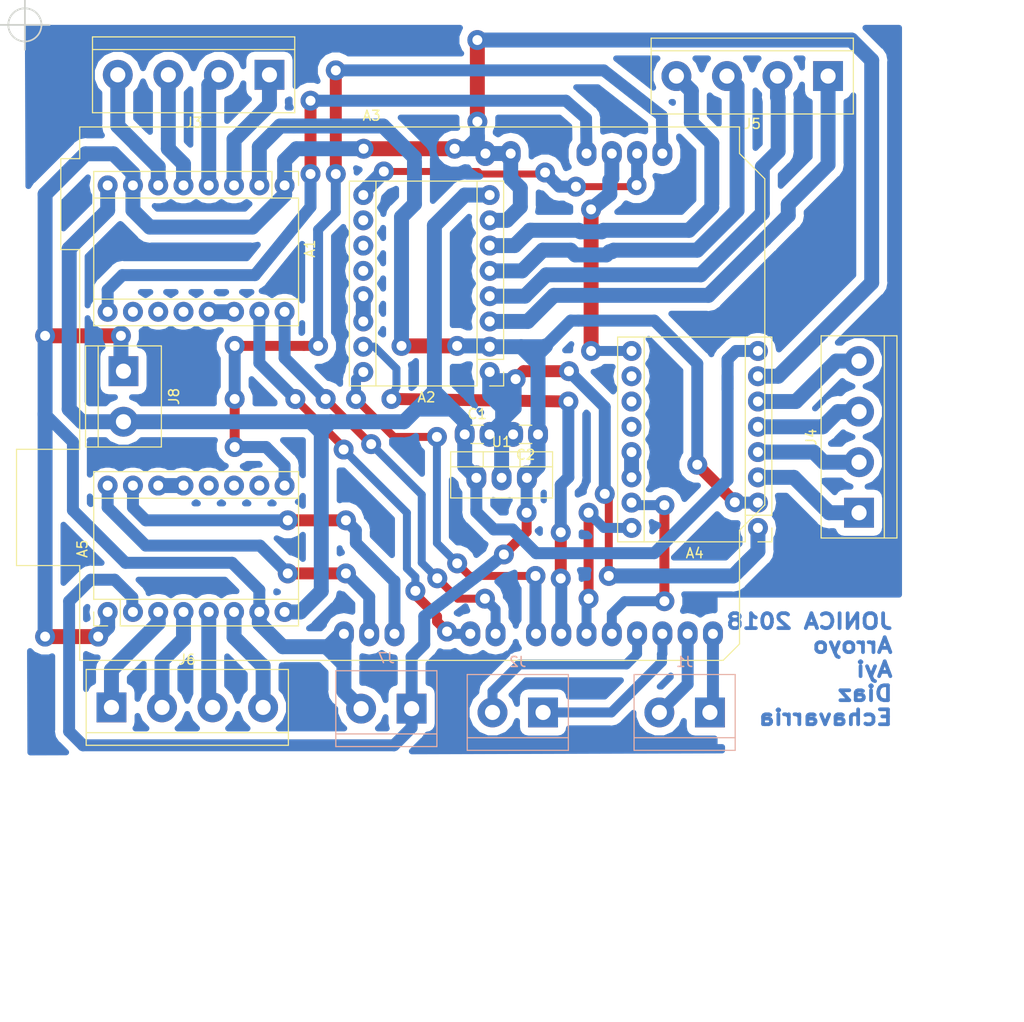
<source format=kicad_pcb>
(kicad_pcb (version 20171130) (host pcbnew 5.0.0-fee4fd1~66~ubuntu18.04.1)

  (general
    (thickness 1.6)
    (drawings 8)
    (tracks 480)
    (zones 0)
    (modules 16)
    (nets 52)
  )

  (page A4)
  (layers
    (0 F.Cu power)
    (31 B.Cu power)
    (32 B.Adhes user)
    (33 F.Adhes user)
    (34 B.Paste user)
    (35 F.Paste user)
    (36 B.SilkS user)
    (37 F.SilkS user)
    (38 B.Mask user)
    (39 F.Mask user)
    (40 Dwgs.User user)
    (41 Cmts.User user)
    (42 Eco1.User user)
    (43 Eco2.User user)
    (44 Edge.Cuts user)
    (45 Margin user)
    (46 B.CrtYd user)
    (47 F.CrtYd user)
    (48 B.Fab user)
    (49 F.Fab user)
  )

  (setup
    (last_trace_width 1.5)
    (user_trace_width 0.7)
    (user_trace_width 0.8)
    (user_trace_width 1)
    (user_trace_width 1.2)
    (user_trace_width 1.5)
    (user_trace_width 2)
    (user_trace_width 2.5)
    (user_trace_width 3)
    (trace_clearance 0.5)
    (zone_clearance 0.8)
    (zone_45_only no)
    (trace_min 0.5)
    (segment_width 0.3)
    (edge_width 0.15)
    (via_size 2)
    (via_drill 1)
    (via_min_size 1)
    (via_min_drill 1)
    (user_via 1.7 1)
    (uvia_size 2)
    (uvia_drill 1)
    (uvias_allowed no)
    (uvia_min_size 0.2)
    (uvia_min_drill 0.1)
    (pcb_text_width 0.3)
    (pcb_text_size 1.5 1.5)
    (mod_edge_width 0.15)
    (mod_text_size 1 1)
    (mod_text_width 0.15)
    (pad_size 2 2.5)
    (pad_drill 1)
    (pad_to_mask_clearance 0.2)
    (aux_axis_origin 91.948 37.592)
    (grid_origin 91.948 37.592)
    (visible_elements 7FFFFFFF)
    (pcbplotparams
      (layerselection 0x00000_fffffffe)
      (usegerberextensions false)
      (usegerberattributes false)
      (usegerberadvancedattributes false)
      (creategerberjobfile true)
      (excludeedgelayer true)
      (linewidth 0.100000)
      (plotframeref false)
      (viasonmask false)
      (mode 1)
      (useauxorigin false)
      (hpglpennumber 1)
      (hpglpenspeed 20)
      (hpglpendiameter 15.000000)
      (psnegative false)
      (psa4output false)
      (plotreference true)
      (plotvalue true)
      (plotinvisibletext false)
      (padsonsilk false)
      (subtractmaskfromsilk false)
      (outputformat 1)
      (mirror false)
      (drillshape 0)
      (scaleselection 1)
      (outputdirectory "./Shield_placa"))
  )

  (net 0 "")
  (net 1 GND)
  (net 2 /ENA1)
  (net 3 +5V)
  (net 4 /M1_1A)
  (net 5 /M1_1B)
  (net 6 /M1_2A)
  (net 7 "Net-(A1-Pad13)")
  (net 8 /M1_2B)
  (net 9 /M1_STEP)
  (net 10 +12V)
  (net 11 /M1_DIR)
  (net 12 /ENA3)
  (net 13 /M3_1A)
  (net 14 /M3_1B)
  (net 15 /M3_2A)
  (net 16 "Net-(A2-Pad13)")
  (net 17 /M3_2B)
  (net 18 /M3_STEP)
  (net 19 /M3_DIR)
  (net 20 /M2_STEP)
  (net 21 /M2_DIR)
  (net 22 /ENA2)
  (net 23 /M0_STEP)
  (net 24 /M0_DIR)
  (net 25 /ENA0-POLOLU)
  (net 26 /RX)
  (net 27 /TX)
  (net 28 "Net-(A4-Pad13)")
  (net 29 /M2_2B)
  (net 30 /M2_2A)
  (net 31 /M2_1B)
  (net 32 /M2_1A)
  (net 33 "Net-(A5-Pad13)")
  (net 34 /M0_2B)
  (net 35 /M0_2A)
  (net 36 /M0_1B)
  (net 37 /M0_1A)
  (net 38 /SENSOR1)
  (net 39 /SENSOR2)
  (net 40 "Net-(A1-Pad10)")
  (net 41 "Net-(A1-Pad11)")
  (net 42 "Net-(A1-Pad12)")
  (net 43 "Net-(A2-Pad12)")
  (net 44 "Net-(A2-Pad11)")
  (net 45 "Net-(A2-Pad10)")
  (net 46 "Net-(A4-Pad12)")
  (net 47 "Net-(A4-Pad11)")
  (net 48 "Net-(A4-Pad10)")
  (net 49 "Net-(A5-Pad12)")
  (net 50 "Net-(A5-Pad11)")
  (net 51 "Net-(A5-Pad10)")

  (net_class Default "This is the default net class."
    (clearance 0.5)
    (trace_width 0.5)
    (via_dia 2)
    (via_drill 1)
    (uvia_dia 2)
    (uvia_drill 1)
    (diff_pair_gap 0.25)
    (diff_pair_width 0.5)
    (add_net +12V)
    (add_net +5V)
    (add_net /ENA0-POLOLU)
    (add_net /ENA1)
    (add_net /ENA2)
    (add_net /ENA3)
    (add_net /M0_1A)
    (add_net /M0_1B)
    (add_net /M0_2A)
    (add_net /M0_2B)
    (add_net /M0_DIR)
    (add_net /M0_STEP)
    (add_net /M1_1A)
    (add_net /M1_1B)
    (add_net /M1_2A)
    (add_net /M1_2B)
    (add_net /M1_DIR)
    (add_net /M1_STEP)
    (add_net /M2_1A)
    (add_net /M2_1B)
    (add_net /M2_2A)
    (add_net /M2_2B)
    (add_net /M2_DIR)
    (add_net /M2_STEP)
    (add_net /M3_1A)
    (add_net /M3_1B)
    (add_net /M3_2A)
    (add_net /M3_2B)
    (add_net /M3_DIR)
    (add_net /M3_STEP)
    (add_net /RX)
    (add_net /SENSOR1)
    (add_net /SENSOR2)
    (add_net /TX)
    (add_net GND)
    (add_net "Net-(A1-Pad10)")
    (add_net "Net-(A1-Pad11)")
    (add_net "Net-(A1-Pad12)")
    (add_net "Net-(A1-Pad13)")
    (add_net "Net-(A2-Pad10)")
    (add_net "Net-(A2-Pad11)")
    (add_net "Net-(A2-Pad12)")
    (add_net "Net-(A2-Pad13)")
    (add_net "Net-(A4-Pad10)")
    (add_net "Net-(A4-Pad11)")
    (add_net "Net-(A4-Pad12)")
    (add_net "Net-(A4-Pad13)")
    (add_net "Net-(A5-Pad10)")
    (add_net "Net-(A5-Pad11)")
    (add_net "Net-(A5-Pad12)")
    (add_net "Net-(A5-Pad13)")
  )

  (module Module:Arduino_UNO_R3 locked (layer F.Cu) (tedit 5BBFFB3F) (tstamp 5BBC12BC)
    (at 125.5268 50.5206)
    (descr "Arduino UNO R3, http://www.mouser.com/pdfdocs/Gravitech_Arduino_Nano3_0.pdf")
    (tags "Arduino UNO R3")
    (path /5BCA58C6)
    (fp_text reference A3 (at 1.27 -3.81 180) (layer F.SilkS)
      (effects (font (size 1 1) (thickness 0.15)))
    )
    (fp_text value Arduino_UNO_R3 (at 0 22.86) (layer F.Fab)
      (effects (font (size 1 1) (thickness 0.15)))
    )
    (fp_text user %R (at 0 20.32 180) (layer F.Fab)
      (effects (font (size 1 1) (thickness 0.15)))
    )
    (fp_line (start 38.35 -2.79) (end 38.35 0) (layer F.CrtYd) (width 0.05))
    (fp_line (start 38.35 0) (end 40.89 2.54) (layer F.CrtYd) (width 0.05))
    (fp_line (start 40.89 2.54) (end 40.89 35.31) (layer F.CrtYd) (width 0.05))
    (fp_line (start 40.89 35.31) (end 38.35 37.85) (layer F.CrtYd) (width 0.05))
    (fp_line (start 38.35 37.85) (end 38.35 49.28) (layer F.CrtYd) (width 0.05))
    (fp_line (start 38.35 49.28) (end 36.58 51.05) (layer F.CrtYd) (width 0.05))
    (fp_line (start 36.58 51.05) (end -28.19 51.05) (layer F.CrtYd) (width 0.05))
    (fp_line (start -28.19 51.05) (end -28.19 41.53) (layer F.CrtYd) (width 0.05))
    (fp_line (start -28.19 41.53) (end -34.54 41.53) (layer F.CrtYd) (width 0.05))
    (fp_line (start -34.54 41.53) (end -34.54 29.59) (layer F.CrtYd) (width 0.05))
    (fp_line (start -34.54 29.59) (end -28.19 29.59) (layer F.CrtYd) (width 0.05))
    (fp_line (start -28.19 29.59) (end -28.19 9.78) (layer F.CrtYd) (width 0.05))
    (fp_line (start -28.19 9.78) (end -30.1 9.78) (layer F.CrtYd) (width 0.05))
    (fp_line (start -30.1 9.78) (end -30.1 0.38) (layer F.CrtYd) (width 0.05))
    (fp_line (start -30.1 0.38) (end -28.19 0.38) (layer F.CrtYd) (width 0.05))
    (fp_line (start -28.19 0.38) (end -28.19 -2.79) (layer F.CrtYd) (width 0.05))
    (fp_line (start -28.19 -2.79) (end 38.35 -2.79) (layer F.CrtYd) (width 0.05))
    (fp_line (start 40.77 35.31) (end 40.77 2.54) (layer F.SilkS) (width 0.12))
    (fp_line (start 40.77 2.54) (end 38.23 0) (layer F.SilkS) (width 0.12))
    (fp_line (start 38.23 0) (end 38.23 -2.67) (layer F.SilkS) (width 0.12))
    (fp_line (start 38.23 -2.67) (end -28.07 -2.67) (layer F.SilkS) (width 0.12))
    (fp_line (start -28.07 -2.67) (end -28.07 0.51) (layer F.SilkS) (width 0.12))
    (fp_line (start -28.07 0.51) (end -29.97 0.51) (layer F.SilkS) (width 0.12))
    (fp_line (start -29.97 0.51) (end -29.97 9.65) (layer F.SilkS) (width 0.12))
    (fp_line (start -29.97 9.65) (end -28.07 9.65) (layer F.SilkS) (width 0.12))
    (fp_line (start -28.07 9.65) (end -28.07 29.72) (layer F.SilkS) (width 0.12))
    (fp_line (start -28.07 29.72) (end -34.42 29.72) (layer F.SilkS) (width 0.12))
    (fp_line (start -34.42 29.72) (end -34.42 41.4) (layer F.SilkS) (width 0.12))
    (fp_line (start -34.42 41.4) (end -28.07 41.4) (layer F.SilkS) (width 0.12))
    (fp_line (start -28.07 41.4) (end -28.07 50.93) (layer F.SilkS) (width 0.12))
    (fp_line (start -28.07 50.93) (end 36.58 50.93) (layer F.SilkS) (width 0.12))
    (fp_line (start 36.58 50.93) (end 38.23 49.28) (layer F.SilkS) (width 0.12))
    (fp_line (start 38.23 49.28) (end 38.23 37.85) (layer F.SilkS) (width 0.12))
    (fp_line (start 38.23 37.85) (end 40.77 35.31) (layer F.SilkS) (width 0.12))
    (fp_line (start -34.29 29.84) (end -18.41 29.84) (layer F.Fab) (width 0.1))
    (fp_line (start -18.41 29.84) (end -18.41 41.27) (layer F.Fab) (width 0.1))
    (fp_line (start -18.41 41.27) (end -34.29 41.27) (layer F.Fab) (width 0.1))
    (fp_line (start -34.29 41.27) (end -34.29 29.84) (layer F.Fab) (width 0.1))
    (fp_line (start -29.84 0.64) (end -16.51 0.64) (layer F.Fab) (width 0.1))
    (fp_line (start -16.51 0.64) (end -16.51 9.53) (layer F.Fab) (width 0.1))
    (fp_line (start -16.51 9.53) (end -29.84 9.53) (layer F.Fab) (width 0.1))
    (fp_line (start -29.84 9.53) (end -29.84 0.64) (layer F.Fab) (width 0.1))
    (fp_line (start 38.1 37.85) (end 38.1 49.28) (layer F.Fab) (width 0.1))
    (fp_line (start 40.64 2.54) (end 40.64 35.31) (layer F.Fab) (width 0.1))
    (fp_line (start 40.64 35.31) (end 38.1 37.85) (layer F.Fab) (width 0.1))
    (fp_line (start 38.1 -2.54) (end 38.1 0) (layer F.Fab) (width 0.1))
    (fp_line (start 38.1 0) (end 40.64 2.54) (layer F.Fab) (width 0.1))
    (fp_line (start 38.1 49.28) (end 36.58 50.8) (layer F.Fab) (width 0.1))
    (fp_line (start 36.58 50.8) (end -27.94 50.8) (layer F.Fab) (width 0.1))
    (fp_line (start -27.94 50.8) (end -27.94 -2.54) (layer F.Fab) (width 0.1))
    (fp_line (start -27.94 -2.54) (end 38.1 -2.54) (layer F.Fab) (width 0.1))
    (pad 17 thru_hole oval (at 30.48 48.26) (size 2 2.5) (drill 1) (layers *.Cu *.Mask)
      (net 38 /SENSOR1))
    (pad 18 thru_hole oval (at 27.94 48.26) (size 2 2.5) (drill 1) (layers *.Cu *.Mask)
      (net 39 /SENSOR2))
    (pad 19 thru_hole oval (at 25.4 48.26) (size 2 2.5) (drill 1) (layers *.Cu *.Mask)
      (net 20 /M2_STEP))
    (pad 20 thru_hole oval (at 22.86 48.26) (size 2 2.5) (drill 1) (layers *.Cu *.Mask)
      (net 21 /M2_DIR))
    (pad 21 thru_hole oval (at 20.32 48.26) (size 2 2.5) (drill 1) (layers *.Cu *.Mask)
      (net 18 /M3_STEP))
    (pad 6 thru_hole oval (at 12.7 0) (size 2 2.5) (drill 1) (layers *.Cu *.Mask)
      (net 1 GND))
    (pad 22 thru_hole oval (at 17.78 48.26) (size 2 2.5) (drill 1) (layers *.Cu *.Mask)
      (net 19 /M3_DIR))
    (pad 7 thru_hole oval (at 15.24 0) (size 2 2.5) (drill 1) (layers *.Cu *.Mask)
      (net 1 GND))
    (pad 23 thru_hole oval (at 13.72 48.26) (size 2 2.5) (drill 1) (layers *.Cu *.Mask)
      (net 11 /M1_DIR))
    (pad 24 thru_hole oval (at 11.18 48.26) (size 2 2.5) (drill 1) (layers *.Cu *.Mask)
      (net 9 /M1_STEP))
    (pad 9 thru_hole oval (at 22.86 0) (size 2 2.5) (drill 1) (layers *.Cu *.Mask)
      (net 2 /ENA1))
    (pad 10 thru_hole oval (at 25.4 0) (size 2 2.5) (drill 1) (layers *.Cu *.Mask)
      (net 22 /ENA2))
    (pad 11 thru_hole oval (at 27.94 0) (size 2 2.5) (drill 1) (layers *.Cu *.Mask)
      (net 12 /ENA3))
    (pad 27 thru_hole oval (at 3.56 48.26) (size 2 2.5) (drill 1) (layers *.Cu *.Mask)
      (net 23 /M0_STEP))
    (pad 12 thru_hole oval (at 30.48 0) (size 2 2.5) (drill 1) (layers *.Cu *.Mask)
      (net 25 /ENA0-POLOLU))
    (pad 28 thru_hole oval (at 1.02 48.26) (size 2 2.5) (drill 1) (layers *.Cu *.Mask)
      (net 24 /M0_DIR))
    (pad 29 thru_hole oval (at -1.52 48.26) (size 2 2.5) (drill 1) (layers *.Cu *.Mask)
      (net 1 GND))
    (pad 15 thru_hole oval (at 35.56 48.26) (size 2 2.5) (drill 1) (layers *.Cu *.Mask)
      (net 26 /RX))
    (pad 16 thru_hole oval (at 33.02 48.26) (size 2 2.5) (drill 1) (layers *.Cu *.Mask)
      (net 27 /TX))
    (model ${KISYS3DMOD}/Module.3dshapes/Arduino_UNO_R3.wrl
      (at (xyz 0 0 0))
      (scale (xyz 1 1 1))
      (rotate (xyz 0 0 0))
    )
  )

  (module Modules:Pololu_Breakout-16_15.2x20.3mm (layer F.Cu) (tedit 5BBFFAF4) (tstamp 5BBCEB86)
    (at 118.0465 53.721 270)
    (descr "Pololu Breakout 16-pin 15.2x20.3mm 0.6x0.8\\")
    (path /5BCE6D7F)
    (fp_text reference A1 (at 6.35 -2.54 270) (layer F.SilkS)
      (effects (font (size 1 1) (thickness 0.15)))
    )
    (fp_text value Pololu_Breakout_A4988 (at 6.35 20.17 270) (layer F.Fab)
      (effects (font (size 1 1) (thickness 0.15)))
    )
    (fp_text user %R (at 6.35 0 270) (layer F.Fab)
      (effects (font (size 1 1) (thickness 0.15)))
    )
    (fp_line (start 11.43 -1.4) (end 11.43 19.18) (layer F.SilkS) (width 0.12))
    (fp_line (start 1.27 1.27) (end 1.27 19.18) (layer F.SilkS) (width 0.12))
    (fp_line (start 0 -1.4) (end -1.4 -1.4) (layer F.SilkS) (width 0.12))
    (fp_line (start -1.4 -1.4) (end -1.4 0) (layer F.SilkS) (width 0.12))
    (fp_line (start 1.27 -1.4) (end 1.27 1.27) (layer F.SilkS) (width 0.12))
    (fp_line (start 1.27 1.27) (end -1.4 1.27) (layer F.SilkS) (width 0.12))
    (fp_line (start -1.4 1.27) (end -1.4 19.18) (layer F.SilkS) (width 0.12))
    (fp_line (start -1.4 19.18) (end 14.1 19.18) (layer F.SilkS) (width 0.12))
    (fp_line (start 14.1 19.18) (end 14.1 -1.4) (layer F.SilkS) (width 0.12))
    (fp_line (start 14.1 -1.4) (end 1.27 -1.4) (layer F.SilkS) (width 0.12))
    (fp_line (start -1.27 0) (end 0 -1.27) (layer F.Fab) (width 0.1))
    (fp_line (start 0 -1.27) (end 13.97 -1.27) (layer F.Fab) (width 0.1))
    (fp_line (start 13.97 -1.27) (end 13.97 19.05) (layer F.Fab) (width 0.1))
    (fp_line (start 13.97 19.05) (end -1.27 19.05) (layer F.Fab) (width 0.1))
    (fp_line (start -1.27 19.05) (end -1.27 0) (layer F.Fab) (width 0.1))
    (fp_line (start -1.53 -1.52) (end 14.21 -1.52) (layer F.CrtYd) (width 0.05))
    (fp_line (start -1.53 -1.52) (end -1.53 19.3) (layer F.CrtYd) (width 0.05))
    (fp_line (start 14.21 19.3) (end 14.21 -1.52) (layer F.CrtYd) (width 0.05))
    (fp_line (start 14.21 19.3) (end -1.53 19.3) (layer F.CrtYd) (width 0.05))
    (pad 1 thru_hole oval (at 0 0 270) (size 2 2) (drill 1) (layers *.Cu *.Mask)
      (net 1 GND))
    (pad 9 thru_hole oval (at 12.7 17.78 270) (size 2 2) (drill 1) (layers *.Cu *.Mask)
      (net 2 /ENA1))
    (pad 2 thru_hole oval (at 0 2.54 270) (size 2 2) (drill 1) (layers *.Cu *.Mask)
      (net 3 +5V))
    (pad 10 thru_hole oval (at 12.7 15.24 270) (size 2 2) (drill 1) (layers *.Cu *.Mask)
      (net 40 "Net-(A1-Pad10)"))
    (pad 3 thru_hole oval (at 0 5.08 270) (size 2 2) (drill 1) (layers *.Cu *.Mask)
      (net 4 /M1_1A))
    (pad 11 thru_hole oval (at 12.7 12.7 270) (size 2 2) (drill 1) (layers *.Cu *.Mask)
      (net 41 "Net-(A1-Pad11)"))
    (pad 4 thru_hole oval (at 0 7.62 270) (size 2 2) (drill 1) (layers *.Cu *.Mask)
      (net 5 /M1_1B))
    (pad 12 thru_hole oval (at 12.7 10.16 270) (size 2 2) (drill 1) (layers *.Cu *.Mask)
      (net 42 "Net-(A1-Pad12)"))
    (pad 5 thru_hole oval (at 0 10.16 270) (size 2 2) (drill 1) (layers *.Cu *.Mask)
      (net 6 /M1_2A))
    (pad 13 thru_hole oval (at 12.7 7.62 270) (size 2 2) (drill 1) (layers *.Cu *.Mask)
      (net 7 "Net-(A1-Pad13)"))
    (pad 6 thru_hole oval (at 0 12.7 270) (size 2 2) (drill 1) (layers *.Cu *.Mask)
      (net 8 /M1_2B))
    (pad 14 thru_hole oval (at 12.7 5.08 270) (size 2 2) (drill 1) (layers *.Cu *.Mask)
      (net 7 "Net-(A1-Pad13)"))
    (pad 7 thru_hole oval (at 0 15.24 270) (size 2 2) (drill 1) (layers *.Cu *.Mask)
      (net 1 GND))
    (pad 15 thru_hole oval (at 12.7 2.54 270) (size 2 2) (drill 1) (layers *.Cu *.Mask)
      (net 9 /M1_STEP))
    (pad 8 thru_hole oval (at 0 17.78 270) (size 2 2) (drill 1) (layers *.Cu *.Mask)
      (net 10 +12V))
    (pad 16 thru_hole oval (at 12.7 0 270) (size 2 2) (drill 1) (layers *.Cu *.Mask)
      (net 11 /M1_DIR))
  )

  (module Modules:Pololu_Breakout-16_15.2x20.3mm (layer F.Cu) (tedit 5BBFD4DA) (tstamp 5BBCEB5F)
    (at 138.65352 72.47128 180)
    (descr "Pololu Breakout 16-pin 15.2x20.3mm 0.6x0.8\\")
    (path /5BCC6A2E)
    (fp_text reference A2 (at 6.35 -2.54 180) (layer F.SilkS)
      (effects (font (size 1 1) (thickness 0.15)))
    )
    (fp_text value Pololu_Breakout_A4988 (at 6.35 20.17 180) (layer F.Fab)
      (effects (font (size 1 1) (thickness 0.15)))
    )
    (fp_line (start 14.21 19.3) (end -1.53 19.3) (layer F.CrtYd) (width 0.05))
    (fp_line (start 14.21 19.3) (end 14.21 -1.52) (layer F.CrtYd) (width 0.05))
    (fp_line (start -1.53 -1.52) (end -1.53 19.3) (layer F.CrtYd) (width 0.05))
    (fp_line (start -1.53 -1.52) (end 14.21 -1.52) (layer F.CrtYd) (width 0.05))
    (fp_line (start -1.27 19.05) (end -1.27 0) (layer F.Fab) (width 0.1))
    (fp_line (start 13.97 19.05) (end -1.27 19.05) (layer F.Fab) (width 0.1))
    (fp_line (start 13.97 -1.27) (end 13.97 19.05) (layer F.Fab) (width 0.1))
    (fp_line (start 0 -1.27) (end 13.97 -1.27) (layer F.Fab) (width 0.1))
    (fp_line (start -1.27 0) (end 0 -1.27) (layer F.Fab) (width 0.1))
    (fp_line (start 14.1 -1.4) (end 1.27 -1.4) (layer F.SilkS) (width 0.12))
    (fp_line (start 14.1 19.18) (end 14.1 -1.4) (layer F.SilkS) (width 0.12))
    (fp_line (start -1.4 19.18) (end 14.1 19.18) (layer F.SilkS) (width 0.12))
    (fp_line (start -1.4 1.27) (end -1.4 19.18) (layer F.SilkS) (width 0.12))
    (fp_line (start 1.27 1.27) (end -1.4 1.27) (layer F.SilkS) (width 0.12))
    (fp_line (start 1.27 -1.4) (end 1.27 1.27) (layer F.SilkS) (width 0.12))
    (fp_line (start -1.4 -1.4) (end -1.4 0) (layer F.SilkS) (width 0.12))
    (fp_line (start 0 -1.4) (end -1.4 -1.4) (layer F.SilkS) (width 0.12))
    (fp_line (start 1.27 1.27) (end 1.27 19.18) (layer F.SilkS) (width 0.12))
    (fp_line (start 11.43 -1.4) (end 11.43 19.18) (layer F.SilkS) (width 0.12))
    (fp_text user %R (at 6.35 0 180) (layer F.Fab)
      (effects (font (size 1 1) (thickness 0.15)))
    )
    (pad 16 thru_hole oval (at 12.7 0 180) (size 2 2) (drill 1) (layers *.Cu *.Mask)
      (net 19 /M3_DIR))
    (pad 8 thru_hole oval (at 0 17.78 180) (size 2 2) (drill 1) (layers *.Cu *.Mask)
      (net 10 +12V))
    (pad 15 thru_hole oval (at 12.7 2.54 180) (size 2 2) (drill 1) (layers *.Cu *.Mask)
      (net 18 /M3_STEP))
    (pad 7 thru_hole oval (at 0 15.24 180) (size 2 2) (drill 1) (layers *.Cu *.Mask)
      (net 1 GND))
    (pad 14 thru_hole oval (at 12.7 5.08 180) (size 2 2) (drill 1) (layers *.Cu *.Mask)
      (net 16 "Net-(A2-Pad13)"))
    (pad 6 thru_hole oval (at 0 12.7 180) (size 2 2) (drill 1) (layers *.Cu *.Mask)
      (net 17 /M3_2B))
    (pad 13 thru_hole oval (at 12.7 7.62 180) (size 2 2) (drill 1) (layers *.Cu *.Mask)
      (net 16 "Net-(A2-Pad13)"))
    (pad 5 thru_hole oval (at 0 10.16 180) (size 2 2) (drill 1) (layers *.Cu *.Mask)
      (net 15 /M3_2A))
    (pad 12 thru_hole oval (at 12.7 10.16 180) (size 2 2) (drill 1) (layers *.Cu *.Mask)
      (net 43 "Net-(A2-Pad12)"))
    (pad 4 thru_hole oval (at 0 7.62 180) (size 2 2) (drill 1) (layers *.Cu *.Mask)
      (net 14 /M3_1B))
    (pad 11 thru_hole oval (at 12.7 12.7 180) (size 2 2) (drill 1) (layers *.Cu *.Mask)
      (net 44 "Net-(A2-Pad11)"))
    (pad 3 thru_hole oval (at 0 5.08 180) (size 2 2) (drill 1) (layers *.Cu *.Mask)
      (net 13 /M3_1A))
    (pad 10 thru_hole oval (at 12.7 15.24 180) (size 2 2) (drill 1) (layers *.Cu *.Mask)
      (net 45 "Net-(A2-Pad10)"))
    (pad 2 thru_hole oval (at 0 2.54 180) (size 2 2) (drill 1) (layers *.Cu *.Mask)
      (net 3 +5V))
    (pad 9 thru_hole oval (at 12.7 17.78 180) (size 2 2) (drill 1) (layers *.Cu *.Mask)
      (net 12 /ENA3))
    (pad 1 thru_hole oval (at 0 0 180) (size 2 2) (drill 1) (layers *.Cu *.Mask)
      (net 1 GND))
  )

  (module Module:Pololu_Breakout-16_15.2x20.3mm (layer F.Cu) (tedit 5BBFFB2F) (tstamp 5BBFD605)
    (at 165.608 88.138 180)
    (descr "Pololu Breakout 16-pin 15.2x20.3mm 0.6x0.8\\")
    (tags "Pololu Breakout")
    (path /5BCB91E0)
    (fp_text reference A4 (at 6.35 -2.54 180) (layer F.SilkS)
      (effects (font (size 1 1) (thickness 0.15)))
    )
    (fp_text value Pololu_Breakout_A4988 (at 6.35 20.17 180) (layer F.Fab)
      (effects (font (size 1 1) (thickness 0.15)))
    )
    (fp_line (start 14.21 19.3) (end -1.53 19.3) (layer F.CrtYd) (width 0.05))
    (fp_line (start 14.21 19.3) (end 14.21 -1.52) (layer F.CrtYd) (width 0.05))
    (fp_line (start -1.53 -1.52) (end -1.53 19.3) (layer F.CrtYd) (width 0.05))
    (fp_line (start -1.53 -1.52) (end 14.21 -1.52) (layer F.CrtYd) (width 0.05))
    (fp_line (start -1.27 19.05) (end -1.27 0) (layer F.Fab) (width 0.1))
    (fp_line (start 13.97 19.05) (end -1.27 19.05) (layer F.Fab) (width 0.1))
    (fp_line (start 13.97 -1.27) (end 13.97 19.05) (layer F.Fab) (width 0.1))
    (fp_line (start 0 -1.27) (end 13.97 -1.27) (layer F.Fab) (width 0.1))
    (fp_line (start -1.27 0) (end 0 -1.27) (layer F.Fab) (width 0.1))
    (fp_line (start 14.1 -1.4) (end 1.27 -1.4) (layer F.SilkS) (width 0.12))
    (fp_line (start 14.1 19.18) (end 14.1 -1.4) (layer F.SilkS) (width 0.12))
    (fp_line (start -1.4 19.18) (end 14.1 19.18) (layer F.SilkS) (width 0.12))
    (fp_line (start -1.4 1.27) (end -1.4 19.18) (layer F.SilkS) (width 0.12))
    (fp_line (start 1.27 1.27) (end -1.4 1.27) (layer F.SilkS) (width 0.12))
    (fp_line (start 1.27 -1.4) (end 1.27 1.27) (layer F.SilkS) (width 0.12))
    (fp_line (start -1.4 -1.4) (end -1.4 0) (layer F.SilkS) (width 0.12))
    (fp_line (start 0 -1.4) (end -1.4 -1.4) (layer F.SilkS) (width 0.12))
    (fp_line (start 1.27 1.27) (end 1.27 19.18) (layer F.SilkS) (width 0.12))
    (fp_line (start 11.43 -1.4) (end 11.43 19.18) (layer F.SilkS) (width 0.12))
    (fp_text user %R (at 6.35 0 180) (layer F.Fab)
      (effects (font (size 1 1) (thickness 0.15)))
    )
    (pad 16 thru_hole oval (at 12.7 0 180) (size 2 2) (drill 1) (layers *.Cu *.Mask)
      (net 21 /M2_DIR))
    (pad 8 thru_hole oval (at 0 17.78 180) (size 2 2) (drill 1) (layers *.Cu *.Mask)
      (net 10 +12V))
    (pad 15 thru_hole oval (at 12.7 2.54 180) (size 2 2) (drill 1) (layers *.Cu *.Mask)
      (net 20 /M2_STEP))
    (pad 7 thru_hole oval (at 0 15.24 180) (size 2 2) (drill 1) (layers *.Cu *.Mask)
      (net 1 GND))
    (pad 14 thru_hole oval (at 12.7 5.08 180) (size 2 2) (drill 1) (layers *.Cu *.Mask)
      (net 28 "Net-(A4-Pad13)"))
    (pad 6 thru_hole oval (at 0 12.7 180) (size 2 2) (drill 1) (layers *.Cu *.Mask)
      (net 29 /M2_2B))
    (pad 13 thru_hole oval (at 12.7 7.62 180) (size 2 2) (drill 1) (layers *.Cu *.Mask)
      (net 28 "Net-(A4-Pad13)"))
    (pad 5 thru_hole oval (at 0 10.16 180) (size 2 2) (drill 1) (layers *.Cu *.Mask)
      (net 30 /M2_2A))
    (pad 12 thru_hole oval (at 12.7 10.16 180) (size 2 2) (drill 1) (layers *.Cu *.Mask)
      (net 46 "Net-(A4-Pad12)"))
    (pad 4 thru_hole oval (at 0 7.62 180) (size 2 2) (drill 1) (layers *.Cu *.Mask)
      (net 31 /M2_1B))
    (pad 11 thru_hole oval (at 12.7 12.7 180) (size 2 2) (drill 1) (layers *.Cu *.Mask)
      (net 47 "Net-(A4-Pad11)"))
    (pad 3 thru_hole oval (at 0 5.08 180) (size 2 2) (drill 1) (layers *.Cu *.Mask)
      (net 32 /M2_1A))
    (pad 10 thru_hole oval (at 12.7 15.24 180) (size 2 2) (drill 1) (layers *.Cu *.Mask)
      (net 48 "Net-(A4-Pad10)"))
    (pad 2 thru_hole oval (at 0 2.54 180) (size 2 2) (drill 1) (layers *.Cu *.Mask)
      (net 3 +5V))
    (pad 9 thru_hole oval (at 12.7 17.78 180) (size 2 2) (drill 1) (layers *.Cu *.Mask)
      (net 22 /ENA2))
    (pad 1 thru_hole oval (at 0 0 180) (size 2 2) (drill 1) (layers *.Cu *.Mask)
      (net 1 GND))
    (model ${KISYS3DMOD}/Module.3dshapes/Pololu_Breakout-16_15.2x20.3mm.wrl
      (at (xyz 0 0 0))
      (scale (xyz 1 1 1))
      (rotate (xyz 0 0 0))
    )
  )

  (module Module:Pololu_Breakout-16_15.2x20.3mm (layer F.Cu) (tedit 5BBFAA44) (tstamp 5BBBEE71)
    (at 100.2665 96.5835 90)
    (descr "Pololu Breakout 16-pin 15.2x20.3mm 0.6x0.8\\")
    (tags "Pololu Breakout")
    (path /5BD07170)
    (fp_text reference A5 (at 6.35 -2.54 90) (layer F.SilkS)
      (effects (font (size 1 1) (thickness 0.15)))
    )
    (fp_text value Pololu_Breakout_A4988 (at 6.35 20.17 90) (layer F.Fab)
      (effects (font (size 1 1) (thickness 0.15)))
    )
    (fp_line (start 14.21 19.3) (end -1.53 19.3) (layer F.CrtYd) (width 0.05))
    (fp_line (start 14.21 19.3) (end 14.21 -1.52) (layer F.CrtYd) (width 0.05))
    (fp_line (start -1.53 -1.52) (end -1.53 19.3) (layer F.CrtYd) (width 0.05))
    (fp_line (start -1.53 -1.52) (end 14.21 -1.52) (layer F.CrtYd) (width 0.05))
    (fp_line (start -1.27 19.05) (end -1.27 0) (layer F.Fab) (width 0.1))
    (fp_line (start 13.97 19.05) (end -1.27 19.05) (layer F.Fab) (width 0.1))
    (fp_line (start 13.97 -1.27) (end 13.97 19.05) (layer F.Fab) (width 0.1))
    (fp_line (start 0 -1.27) (end 13.97 -1.27) (layer F.Fab) (width 0.1))
    (fp_line (start -1.27 0) (end 0 -1.27) (layer F.Fab) (width 0.1))
    (fp_line (start 14.1 -1.4) (end 1.27 -1.4) (layer F.SilkS) (width 0.12))
    (fp_line (start 14.1 19.18) (end 14.1 -1.4) (layer F.SilkS) (width 0.12))
    (fp_line (start -1.4 19.18) (end 14.1 19.18) (layer F.SilkS) (width 0.12))
    (fp_line (start -1.4 1.27) (end -1.4 19.18) (layer F.SilkS) (width 0.12))
    (fp_line (start 1.27 1.27) (end -1.4 1.27) (layer F.SilkS) (width 0.12))
    (fp_line (start 1.27 -1.4) (end 1.27 1.27) (layer F.SilkS) (width 0.12))
    (fp_line (start -1.4 -1.4) (end -1.4 0) (layer F.SilkS) (width 0.12))
    (fp_line (start 0 -1.4) (end -1.4 -1.4) (layer F.SilkS) (width 0.12))
    (fp_line (start 1.27 1.27) (end 1.27 19.18) (layer F.SilkS) (width 0.12))
    (fp_line (start 11.43 -1.4) (end 11.43 19.18) (layer F.SilkS) (width 0.12))
    (fp_text user %R (at 6.35 0 90) (layer F.Fab)
      (effects (font (size 1 1) (thickness 0.15)))
    )
    (pad 16 thru_hole oval (at 12.7 0 90) (size 2 2) (drill 1) (layers *.Cu *.Mask)
      (net 24 /M0_DIR))
    (pad 8 thru_hole oval (at 0 17.78 90) (size 2 2) (drill 1) (layers *.Cu *.Mask)
      (net 10 +12V))
    (pad 15 thru_hole oval (at 12.7 2.54 90) (size 2 2) (drill 1) (layers *.Cu *.Mask)
      (net 23 /M0_STEP))
    (pad 7 thru_hole oval (at 0 15.24 90) (size 2 2) (drill 1) (layers *.Cu *.Mask)
      (net 1 GND))
    (pad 14 thru_hole oval (at 12.7 5.08 90) (size 2 2) (drill 1) (layers *.Cu *.Mask)
      (net 33 "Net-(A5-Pad13)"))
    (pad 6 thru_hole oval (at 0 12.7 90) (size 2 2) (drill 1) (layers *.Cu *.Mask)
      (net 34 /M0_2B))
    (pad 13 thru_hole oval (at 12.7 7.62 90) (size 2 2) (drill 1) (layers *.Cu *.Mask)
      (net 33 "Net-(A5-Pad13)"))
    (pad 5 thru_hole oval (at 0 10.16 90) (size 2 2) (drill 1) (layers *.Cu *.Mask)
      (net 35 /M0_2A))
    (pad 12 thru_hole oval (at 12.7 10.16 90) (size 2 2) (drill 1) (layers *.Cu *.Mask)
      (net 49 "Net-(A5-Pad12)"))
    (pad 4 thru_hole oval (at 0 7.62 90) (size 2 2) (drill 1) (layers *.Cu *.Mask)
      (net 36 /M0_1B))
    (pad 11 thru_hole oval (at 12.7 12.7 90) (size 2 2) (drill 1) (layers *.Cu *.Mask)
      (net 50 "Net-(A5-Pad11)"))
    (pad 3 thru_hole oval (at 0 5.08 90) (size 2 2) (drill 1) (layers *.Cu *.Mask)
      (net 37 /M0_1A))
    (pad 10 thru_hole oval (at 12.7 15.24 90) (size 2 2) (drill 1) (layers *.Cu *.Mask)
      (net 51 "Net-(A5-Pad10)"))
    (pad 2 thru_hole oval (at 0 2.54 90) (size 2 2) (drill 1) (layers *.Cu *.Mask)
      (net 3 +5V))
    (pad 9 thru_hole oval (at 12.7 17.78 90) (size 2 2) (drill 1) (layers *.Cu *.Mask)
      (net 25 /ENA0-POLOLU))
    (pad 1 thru_hole oval (at 0 0 90) (size 2 2) (drill 1) (layers *.Cu *.Mask)
      (net 1 GND))
    (model ${KISYS3DMOD}/Module.3dshapes/Pololu_Breakout-16_15.2x20.3mm.wrl
      (at (xyz 0 0 0))
      (scale (xyz 1 1 1))
      (rotate (xyz 0 0 0))
    )
  )

  (module Capacitor_THT:C_Disc_D3.0mm_W1.6mm_P2.50mm (layer F.Cu) (tedit 5BBFFB53) (tstamp 5BBFDB11)
    (at 136.144 78.74)
    (descr "C, Disc series, Radial, pin pitch=2.50mm, , diameter*width=3.0*1.6mm^2, Capacitor, http://www.vishay.com/docs/45233/krseries.pdf")
    (tags "C Disc series Radial pin pitch 2.50mm  diameter 3.0mm width 1.6mm Capacitor")
    (path /5BBE7027)
    (fp_text reference C1 (at 1.25 -2.05) (layer F.SilkS)
      (effects (font (size 1 1) (thickness 0.15)))
    )
    (fp_text value 330nF (at 1.25 2.05) (layer F.Fab)
      (effects (font (size 1 1) (thickness 0.15)))
    )
    (fp_text user %R (at 1.41224 1.3462) (layer F.Fab)
      (effects (font (size 0.6 0.6) (thickness 0.09)))
    )
    (fp_line (start 3.55 -1.05) (end -1.05 -1.05) (layer F.CrtYd) (width 0.05))
    (fp_line (start 3.55 1.05) (end 3.55 -1.05) (layer F.CrtYd) (width 0.05))
    (fp_line (start -1.05 1.05) (end 3.55 1.05) (layer F.CrtYd) (width 0.05))
    (fp_line (start -1.05 -1.05) (end -1.05 1.05) (layer F.CrtYd) (width 0.05))
    (fp_line (start 0.621 0.92) (end 1.879 0.92) (layer F.SilkS) (width 0.12))
    (fp_line (start 0.621 -0.92) (end 1.879 -0.92) (layer F.SilkS) (width 0.12))
    (fp_line (start 2.75 -0.8) (end -0.25 -0.8) (layer F.Fab) (width 0.1))
    (fp_line (start 2.75 0.8) (end 2.75 -0.8) (layer F.Fab) (width 0.1))
    (fp_line (start -0.25 0.8) (end 2.75 0.8) (layer F.Fab) (width 0.1))
    (fp_line (start -0.25 -0.8) (end -0.25 0.8) (layer F.Fab) (width 0.1))
    (pad 2 thru_hole oval (at 2.5 0) (size 2 2.5) (drill 1) (layers *.Cu *.Mask)
      (net 1 GND))
    (pad 1 thru_hole oval (at 0 0) (size 2 2.5) (drill 1) (layers *.Cu *.Mask)
      (net 10 +12V))
    (model ${KISYS3DMOD}/Capacitor_THT.3dshapes/C_Disc_D3.0mm_W1.6mm_P2.50mm.wrl
      (at (xyz 0 0 0))
      (scale (xyz 1 1 1))
      (rotate (xyz 0 0 0))
    )
  )

  (module Capacitor_THT:C_Disc_D3.0mm_W1.6mm_P2.50mm (layer F.Cu) (tedit 5BBFF3B7) (tstamp 5BC11320)
    (at 143.51 78.74 180)
    (descr "C, Disc series, Radial, pin pitch=2.50mm, , diameter*width=3.0*1.6mm^2, Capacitor, http://www.vishay.com/docs/45233/krseries.pdf")
    (tags "C Disc series Radial pin pitch 2.50mm  diameter 3.0mm width 1.6mm Capacitor")
    (path /5BBDB251)
    (fp_text reference C2 (at 1.25 -2.05 180) (layer F.SilkS)
      (effects (font (size 1 1) (thickness 0.15)))
    )
    (fp_text value 100nF (at 1.25 2.05 180) (layer F.Fab)
      (effects (font (size 1 1) (thickness 0.15)))
    )
    (fp_line (start -0.25 -0.8) (end -0.25 0.8) (layer F.Fab) (width 0.1))
    (fp_line (start -0.25 0.8) (end 2.75 0.8) (layer F.Fab) (width 0.1))
    (fp_line (start 2.75 0.8) (end 2.75 -0.8) (layer F.Fab) (width 0.1))
    (fp_line (start 2.75 -0.8) (end -0.25 -0.8) (layer F.Fab) (width 0.1))
    (fp_line (start 0.621 -0.92) (end 1.879 -0.92) (layer F.SilkS) (width 0.12))
    (fp_line (start 0.621 0.92) (end 1.879 0.92) (layer F.SilkS) (width 0.12))
    (fp_line (start -1.05 -1.05) (end -1.05 1.05) (layer F.CrtYd) (width 0.05))
    (fp_line (start -1.05 1.05) (end 3.55 1.05) (layer F.CrtYd) (width 0.05))
    (fp_line (start 3.55 1.05) (end 3.55 -1.05) (layer F.CrtYd) (width 0.05))
    (fp_line (start 3.55 -1.05) (end -1.05 -1.05) (layer F.CrtYd) (width 0.05))
    (fp_text user %R (at 1.25 0 180) (layer F.Fab)
      (effects (font (size 0.6 0.6) (thickness 0.09)))
    )
    (pad 1 thru_hole oval (at 0 0 180) (size 2 2.5) (drill 1) (layers *.Cu *.Mask)
      (net 3 +5V))
    (pad 2 thru_hole oval (at 2.5 0 180) (size 2 2.5) (drill 1) (layers *.Cu *.Mask)
      (net 1 GND))
    (model ${KISYS3DMOD}/Capacitor_THT.3dshapes/C_Disc_D3.0mm_W1.6mm_P2.50mm.wrl
      (at (xyz 0 0 0))
      (scale (xyz 1 1 1))
      (rotate (xyz 0 0 0))
    )
  )

  (module Connectors_Terminal_Blocks:TerminalBlock_bornier-2_P5.08mm (layer B.Cu) (tedit 5BBF9F55) (tstamp 5BBFDD5A)
    (at 160.782 106.68 180)
    (descr "simple 2-pin terminal block, pitch 5.08mm, revamped version of bornier2")
    (tags "terminal block bornier2")
    (path /5BF0BC96)
    (fp_text reference J1 (at 2.54 5.08 180) (layer B.SilkS)
      (effects (font (size 1 1) (thickness 0.15)) (justify mirror))
    )
    (fp_text value UART (at 2.54 -5.08 180) (layer B.Fab)
      (effects (font (size 1 1) (thickness 0.15)) (justify mirror))
    )
    (fp_line (start 7.79 -4) (end -2.71 -4) (layer B.CrtYd) (width 0.05))
    (fp_line (start 7.79 -4) (end 7.79 4) (layer B.CrtYd) (width 0.05))
    (fp_line (start -2.71 4) (end -2.71 -4) (layer B.CrtYd) (width 0.05))
    (fp_line (start -2.71 4) (end 7.79 4) (layer B.CrtYd) (width 0.05))
    (fp_line (start -2.54 -3.81) (end 7.62 -3.81) (layer B.SilkS) (width 0.12))
    (fp_line (start -2.54 3.81) (end -2.54 -3.81) (layer B.SilkS) (width 0.12))
    (fp_line (start 7.62 3.81) (end -2.54 3.81) (layer B.SilkS) (width 0.12))
    (fp_line (start 7.62 -3.81) (end 7.62 3.81) (layer B.SilkS) (width 0.12))
    (fp_line (start 7.62 -2.54) (end -2.54 -2.54) (layer B.SilkS) (width 0.12))
    (fp_line (start 7.54 3.75) (end -2.46 3.75) (layer B.Fab) (width 0.1))
    (fp_line (start 7.54 -3.75) (end 7.54 3.75) (layer B.Fab) (width 0.1))
    (fp_line (start -2.46 -3.75) (end 7.54 -3.75) (layer B.Fab) (width 0.1))
    (fp_line (start -2.46 3.75) (end -2.46 -3.75) (layer B.Fab) (width 0.1))
    (fp_line (start -2.41 -2.55) (end 7.49 -2.55) (layer B.Fab) (width 0.1))
    (fp_text user %R (at 2.54 0 180) (layer B.Fab)
      (effects (font (size 1 1) (thickness 0.15)) (justify mirror))
    )
    (pad 2 thru_hole circle (at 5.08 0 180) (size 3 3) (drill 1.52) (layers *.Cu *.Mask)
      (net 27 /TX))
    (pad 1 thru_hole rect (at 0 0 180) (size 3 3) (drill 1.52) (layers *.Cu *.Mask)
      (net 26 /RX))
    (model ${KISYS3DMOD}/Terminal_Blocks.3dshapes/TerminalBlock_bornier-2_P5.08mm.wrl
      (offset (xyz 2.539999961853027 0 0))
      (scale (xyz 1 1 1))
      (rotate (xyz 0 0 0))
    )
  )

  (module Connectors_Terminal_Blocks:TerminalBlock_bornier-2_P5.08mm (layer B.Cu) (tedit 5BBF9FE7) (tstamp 5BBFD04D)
    (at 144.018 106.68 180)
    (descr "simple 2-pin terminal block, pitch 5.08mm, revamped version of bornier2")
    (tags "terminal block bornier2")
    (path /5BC6D832)
    (fp_text reference J2 (at 2.54 5.08 180) (layer B.SilkS)
      (effects (font (size 1 1) (thickness 0.15)) (justify mirror))
    )
    (fp_text value SENSORES (at 2.54 -5.08 180) (layer B.Fab)
      (effects (font (size 1 1) (thickness 0.15)) (justify mirror))
    )
    (fp_text user %R (at 2.54 0 180) (layer B.Fab)
      (effects (font (size 1 1) (thickness 0.15)) (justify mirror))
    )
    (fp_line (start -2.41 -2.55) (end 7.49 -2.55) (layer B.Fab) (width 0.1))
    (fp_line (start -2.46 3.75) (end -2.46 -3.75) (layer B.Fab) (width 0.1))
    (fp_line (start -2.46 -3.75) (end 7.54 -3.75) (layer B.Fab) (width 0.1))
    (fp_line (start 7.54 -3.75) (end 7.54 3.75) (layer B.Fab) (width 0.1))
    (fp_line (start 7.54 3.75) (end -2.46 3.75) (layer B.Fab) (width 0.1))
    (fp_line (start 7.62 -2.54) (end -2.54 -2.54) (layer B.SilkS) (width 0.12))
    (fp_line (start 7.62 -3.81) (end 7.62 3.81) (layer B.SilkS) (width 0.12))
    (fp_line (start 7.62 3.81) (end -2.54 3.81) (layer B.SilkS) (width 0.12))
    (fp_line (start -2.54 3.81) (end -2.54 -3.81) (layer B.SilkS) (width 0.12))
    (fp_line (start -2.54 -3.81) (end 7.62 -3.81) (layer B.SilkS) (width 0.12))
    (fp_line (start -2.71 4) (end 7.79 4) (layer B.CrtYd) (width 0.05))
    (fp_line (start -2.71 4) (end -2.71 -4) (layer B.CrtYd) (width 0.05))
    (fp_line (start 7.79 -4) (end 7.79 4) (layer B.CrtYd) (width 0.05))
    (fp_line (start 7.79 -4) (end -2.71 -4) (layer B.CrtYd) (width 0.05))
    (pad 1 thru_hole rect (at 0 0 180) (size 3 3) (drill 1.52) (layers *.Cu *.Mask)
      (net 38 /SENSOR1))
    (pad 2 thru_hole circle (at 5.08 0 180) (size 3 3) (drill 1.52) (layers *.Cu *.Mask)
      (net 39 /SENSOR2))
    (model ${KISYS3DMOD}/Terminal_Blocks.3dshapes/TerminalBlock_bornier-2_P5.08mm.wrl
      (offset (xyz 2.539999961853027 0 0))
      (scale (xyz 1 1 1))
      (rotate (xyz 0 0 0))
    )
  )

  (module Connectors_Terminal_Blocks:TerminalBlock_bornier-2_P5.08mm (layer B.Cu) (tedit 59FF03AB) (tstamp 5BBF9EB2)
    (at 130.81 106.299 180)
    (descr "simple 2-pin terminal block, pitch 5.08mm, revamped version of bornier2")
    (tags "terminal block bornier2")
    (path /5BC73789)
    (fp_text reference J7 (at 2.54 5.08 180) (layer B.SilkS)
      (effects (font (size 1 1) (thickness 0.15)) (justify mirror))
    )
    (fp_text value ALIM_SENSORES (at 2.54 -5.08 180) (layer B.Fab)
      (effects (font (size 1 1) (thickness 0.15)) (justify mirror))
    )
    (fp_line (start 7.79 -4) (end -2.71 -4) (layer B.CrtYd) (width 0.05))
    (fp_line (start 7.79 -4) (end 7.79 4) (layer B.CrtYd) (width 0.05))
    (fp_line (start -2.71 4) (end -2.71 -4) (layer B.CrtYd) (width 0.05))
    (fp_line (start -2.71 4) (end 7.79 4) (layer B.CrtYd) (width 0.05))
    (fp_line (start -2.54 -3.81) (end 7.62 -3.81) (layer B.SilkS) (width 0.12))
    (fp_line (start -2.54 3.81) (end -2.54 -3.81) (layer B.SilkS) (width 0.12))
    (fp_line (start 7.62 3.81) (end -2.54 3.81) (layer B.SilkS) (width 0.12))
    (fp_line (start 7.62 -3.81) (end 7.62 3.81) (layer B.SilkS) (width 0.12))
    (fp_line (start 7.62 -2.54) (end -2.54 -2.54) (layer B.SilkS) (width 0.12))
    (fp_line (start 7.54 3.75) (end -2.46 3.75) (layer B.Fab) (width 0.1))
    (fp_line (start 7.54 -3.75) (end 7.54 3.75) (layer B.Fab) (width 0.1))
    (fp_line (start -2.46 -3.75) (end 7.54 -3.75) (layer B.Fab) (width 0.1))
    (fp_line (start -2.46 3.75) (end -2.46 -3.75) (layer B.Fab) (width 0.1))
    (fp_line (start -2.41 -2.55) (end 7.49 -2.55) (layer B.Fab) (width 0.1))
    (fp_text user %R (at 2.54 0 180) (layer B.Fab)
      (effects (font (size 1 1) (thickness 0.15)) (justify mirror))
    )
    (pad 2 thru_hole circle (at 5.08 0 180) (size 3 3) (drill 1.52) (layers *.Cu *.Mask)
      (net 1 GND))
    (pad 1 thru_hole rect (at 0 0 180) (size 3 3) (drill 1.52) (layers *.Cu *.Mask)
      (net 3 +5V))
    (model ${KISYS3DMOD}/Terminal_Blocks.3dshapes/TerminalBlock_bornier-2_P5.08mm.wrl
      (offset (xyz 2.539999961853027 0 0))
      (scale (xyz 1 1 1))
      (rotate (xyz 0 0 0))
    )
  )

  (module Connectors_Terminal_Blocks:TerminalBlock_bornier-4_P5.08mm (layer F.Cu) (tedit 59FF03D1) (tstamp 5BBF9F0D)
    (at 116.5225 42.6085 180)
    (descr "simple 4-pin terminal block, pitch 5.08mm, revamped version of bornier4")
    (tags "terminal block bornier4")
    (path /5BBD0CA4)
    (fp_text reference J3 (at 7.6 -4.8 180) (layer F.SilkS)
      (effects (font (size 1 1) (thickness 0.15)))
    )
    (fp_text value M1 (at 7.6 4.75 180) (layer F.Fab)
      (effects (font (size 1 1) (thickness 0.15)))
    )
    (fp_line (start 17.97 4) (end -2.73 4) (layer F.CrtYd) (width 0.05))
    (fp_line (start 17.97 4) (end 17.97 -4) (layer F.CrtYd) (width 0.05))
    (fp_line (start -2.73 -4) (end -2.73 4) (layer F.CrtYd) (width 0.05))
    (fp_line (start -2.73 -4) (end 17.97 -4) (layer F.CrtYd) (width 0.05))
    (fp_line (start -2.54 3.81) (end 17.78 3.81) (layer F.SilkS) (width 0.12))
    (fp_line (start -2.54 -3.81) (end 17.78 -3.81) (layer F.SilkS) (width 0.12))
    (fp_line (start 17.78 2.54) (end -2.54 2.54) (layer F.SilkS) (width 0.12))
    (fp_line (start 17.78 3.81) (end 17.78 -3.81) (layer F.SilkS) (width 0.12))
    (fp_line (start -2.54 -3.81) (end -2.54 3.81) (layer F.SilkS) (width 0.12))
    (fp_line (start 17.72 3.75) (end -2.43 3.75) (layer F.Fab) (width 0.1))
    (fp_line (start 17.72 -3.75) (end 17.72 3.75) (layer F.Fab) (width 0.1))
    (fp_line (start -2.48 -3.75) (end 17.72 -3.75) (layer F.Fab) (width 0.1))
    (fp_line (start -2.48 3.75) (end -2.48 -3.75) (layer F.Fab) (width 0.1))
    (fp_line (start -2.43 3.75) (end -2.48 3.75) (layer F.Fab) (width 0.1))
    (fp_line (start -2.48 2.55) (end 17.72 2.55) (layer F.Fab) (width 0.1))
    (fp_text user %R (at 7.62 0 180) (layer F.Fab)
      (effects (font (size 1 1) (thickness 0.15)))
    )
    (pad 4 thru_hole circle (at 15.24 0 180) (size 3 3) (drill 1.52) (layers *.Cu *.Mask)
      (net 8 /M1_2B))
    (pad 1 thru_hole rect (at 0 0 180) (size 3 3) (drill 1.52) (layers *.Cu *.Mask)
      (net 4 /M1_1A))
    (pad 3 thru_hole circle (at 10.16 0 180) (size 3 3) (drill 1.52) (layers *.Cu *.Mask)
      (net 6 /M1_2A))
    (pad 2 thru_hole circle (at 5.08 0 180) (size 3 3) (drill 1.52) (layers *.Cu *.Mask)
      (net 5 /M1_1B))
    (model ${KISYS3DMOD}/Terminal_Blocks.3dshapes/TerminalBlock_bornier-4_P5.08mm.wrl
      (offset (xyz 7.619999885559082 0 0))
      (scale (xyz 1 1 1))
      (rotate (xyz 0 0 0))
    )
  )

  (module Connectors_Terminal_Blocks:TerminalBlock_bornier-4_P5.08mm (layer F.Cu) (tedit 59FF03D1) (tstamp 5BBFD934)
    (at 175.768 86.614 90)
    (descr "simple 4-pin terminal block, pitch 5.08mm, revamped version of bornier4")
    (tags "terminal block bornier4")
    (path /5BC18F02)
    (fp_text reference J4 (at 7.6 -4.8 90) (layer F.SilkS)
      (effects (font (size 1 1) (thickness 0.15)))
    )
    (fp_text value M2 (at 7.6 4.75 90) (layer F.Fab)
      (effects (font (size 1 1) (thickness 0.15)))
    )
    (fp_text user %R (at 7.62 0 90) (layer F.Fab)
      (effects (font (size 1 1) (thickness 0.15)))
    )
    (fp_line (start -2.48 2.55) (end 17.72 2.55) (layer F.Fab) (width 0.1))
    (fp_line (start -2.43 3.75) (end -2.48 3.75) (layer F.Fab) (width 0.1))
    (fp_line (start -2.48 3.75) (end -2.48 -3.75) (layer F.Fab) (width 0.1))
    (fp_line (start -2.48 -3.75) (end 17.72 -3.75) (layer F.Fab) (width 0.1))
    (fp_line (start 17.72 -3.75) (end 17.72 3.75) (layer F.Fab) (width 0.1))
    (fp_line (start 17.72 3.75) (end -2.43 3.75) (layer F.Fab) (width 0.1))
    (fp_line (start -2.54 -3.81) (end -2.54 3.81) (layer F.SilkS) (width 0.12))
    (fp_line (start 17.78 3.81) (end 17.78 -3.81) (layer F.SilkS) (width 0.12))
    (fp_line (start 17.78 2.54) (end -2.54 2.54) (layer F.SilkS) (width 0.12))
    (fp_line (start -2.54 -3.81) (end 17.78 -3.81) (layer F.SilkS) (width 0.12))
    (fp_line (start -2.54 3.81) (end 17.78 3.81) (layer F.SilkS) (width 0.12))
    (fp_line (start -2.73 -4) (end 17.97 -4) (layer F.CrtYd) (width 0.05))
    (fp_line (start -2.73 -4) (end -2.73 4) (layer F.CrtYd) (width 0.05))
    (fp_line (start 17.97 4) (end 17.97 -4) (layer F.CrtYd) (width 0.05))
    (fp_line (start 17.97 4) (end -2.73 4) (layer F.CrtYd) (width 0.05))
    (pad 2 thru_hole circle (at 5.08 0 90) (size 3 3) (drill 1.52) (layers *.Cu *.Mask)
      (net 31 /M2_1B))
    (pad 3 thru_hole circle (at 10.16 0 90) (size 3 3) (drill 1.52) (layers *.Cu *.Mask)
      (net 30 /M2_2A))
    (pad 1 thru_hole rect (at 0 0 90) (size 3 3) (drill 1.52) (layers *.Cu *.Mask)
      (net 32 /M2_1A))
    (pad 4 thru_hole circle (at 15.24 0 90) (size 3 3) (drill 1.52) (layers *.Cu *.Mask)
      (net 29 /M2_2B))
    (model ${KISYS3DMOD}/Terminal_Blocks.3dshapes/TerminalBlock_bornier-4_P5.08mm.wrl
      (offset (xyz 7.619999885559082 0 0))
      (scale (xyz 1 1 1))
      (rotate (xyz 0 0 0))
    )
  )

  (module Connectors_Terminal_Blocks:TerminalBlock_bornier-4_P5.08mm (layer F.Cu) (tedit 59FF03D1) (tstamp 5BC11404)
    (at 172.6565 42.7355 180)
    (descr "simple 4-pin terminal block, pitch 5.08mm, revamped version of bornier4")
    (tags "terminal block bornier4")
    (path /5BC2B621)
    (fp_text reference J5 (at 7.6 -4.8 180) (layer F.SilkS)
      (effects (font (size 1 1) (thickness 0.15)))
    )
    (fp_text value M3 (at 7.6 4.75 180) (layer F.Fab)
      (effects (font (size 1 1) (thickness 0.15)))
    )
    (fp_line (start 17.97 4) (end -2.73 4) (layer F.CrtYd) (width 0.05))
    (fp_line (start 17.97 4) (end 17.97 -4) (layer F.CrtYd) (width 0.05))
    (fp_line (start -2.73 -4) (end -2.73 4) (layer F.CrtYd) (width 0.05))
    (fp_line (start -2.73 -4) (end 17.97 -4) (layer F.CrtYd) (width 0.05))
    (fp_line (start -2.54 3.81) (end 17.78 3.81) (layer F.SilkS) (width 0.12))
    (fp_line (start -2.54 -3.81) (end 17.78 -3.81) (layer F.SilkS) (width 0.12))
    (fp_line (start 17.78 2.54) (end -2.54 2.54) (layer F.SilkS) (width 0.12))
    (fp_line (start 17.78 3.81) (end 17.78 -3.81) (layer F.SilkS) (width 0.12))
    (fp_line (start -2.54 -3.81) (end -2.54 3.81) (layer F.SilkS) (width 0.12))
    (fp_line (start 17.72 3.75) (end -2.43 3.75) (layer F.Fab) (width 0.1))
    (fp_line (start 17.72 -3.75) (end 17.72 3.75) (layer F.Fab) (width 0.1))
    (fp_line (start -2.48 -3.75) (end 17.72 -3.75) (layer F.Fab) (width 0.1))
    (fp_line (start -2.48 3.75) (end -2.48 -3.75) (layer F.Fab) (width 0.1))
    (fp_line (start -2.43 3.75) (end -2.48 3.75) (layer F.Fab) (width 0.1))
    (fp_line (start -2.48 2.55) (end 17.72 2.55) (layer F.Fab) (width 0.1))
    (fp_text user %R (at 7.62 0 180) (layer F.Fab)
      (effects (font (size 1 1) (thickness 0.15)))
    )
    (pad 4 thru_hole circle (at 15.24 0 180) (size 3 3) (drill 1.52) (layers *.Cu *.Mask)
      (net 17 /M3_2B))
    (pad 1 thru_hole rect (at 0 0 180) (size 3 3) (drill 1.52) (layers *.Cu *.Mask)
      (net 13 /M3_1A))
    (pad 3 thru_hole circle (at 10.16 0 180) (size 3 3) (drill 1.52) (layers *.Cu *.Mask)
      (net 15 /M3_2A))
    (pad 2 thru_hole circle (at 5.08 0 180) (size 3 3) (drill 1.52) (layers *.Cu *.Mask)
      (net 14 /M3_1B))
    (model ${KISYS3DMOD}/Terminal_Blocks.3dshapes/TerminalBlock_bornier-4_P5.08mm.wrl
      (offset (xyz 7.619999885559082 0 0))
      (scale (xyz 1 1 1))
      (rotate (xyz 0 0 0))
    )
  )

  (module Connectors_Terminal_Blocks:TerminalBlock_bornier-4_P5.08mm (layer F.Cu) (tedit 59FF03D1) (tstamp 5BBF9F52)
    (at 100.6475 106.172)
    (descr "simple 4-pin terminal block, pitch 5.08mm, revamped version of bornier4")
    (tags "terminal block bornier4")
    (path /5BC3F7E6)
    (fp_text reference J6 (at 7.6 -4.8) (layer F.SilkS)
      (effects (font (size 1 1) (thickness 0.15)))
    )
    (fp_text value M0-POLOLU (at 7.6 4.75) (layer F.Fab)
      (effects (font (size 1 1) (thickness 0.15)))
    )
    (fp_text user %R (at 7.62 0) (layer F.Fab)
      (effects (font (size 1 1) (thickness 0.15)))
    )
    (fp_line (start -2.48 2.55) (end 17.72 2.55) (layer F.Fab) (width 0.1))
    (fp_line (start -2.43 3.75) (end -2.48 3.75) (layer F.Fab) (width 0.1))
    (fp_line (start -2.48 3.75) (end -2.48 -3.75) (layer F.Fab) (width 0.1))
    (fp_line (start -2.48 -3.75) (end 17.72 -3.75) (layer F.Fab) (width 0.1))
    (fp_line (start 17.72 -3.75) (end 17.72 3.75) (layer F.Fab) (width 0.1))
    (fp_line (start 17.72 3.75) (end -2.43 3.75) (layer F.Fab) (width 0.1))
    (fp_line (start -2.54 -3.81) (end -2.54 3.81) (layer F.SilkS) (width 0.12))
    (fp_line (start 17.78 3.81) (end 17.78 -3.81) (layer F.SilkS) (width 0.12))
    (fp_line (start 17.78 2.54) (end -2.54 2.54) (layer F.SilkS) (width 0.12))
    (fp_line (start -2.54 -3.81) (end 17.78 -3.81) (layer F.SilkS) (width 0.12))
    (fp_line (start -2.54 3.81) (end 17.78 3.81) (layer F.SilkS) (width 0.12))
    (fp_line (start -2.73 -4) (end 17.97 -4) (layer F.CrtYd) (width 0.05))
    (fp_line (start -2.73 -4) (end -2.73 4) (layer F.CrtYd) (width 0.05))
    (fp_line (start 17.97 4) (end 17.97 -4) (layer F.CrtYd) (width 0.05))
    (fp_line (start 17.97 4) (end -2.73 4) (layer F.CrtYd) (width 0.05))
    (pad 2 thru_hole circle (at 5.08 0) (size 3 3) (drill 1.52) (layers *.Cu *.Mask)
      (net 36 /M0_1B))
    (pad 3 thru_hole circle (at 10.16 0) (size 3 3) (drill 1.52) (layers *.Cu *.Mask)
      (net 35 /M0_2A))
    (pad 1 thru_hole rect (at 0 0) (size 3 3) (drill 1.52) (layers *.Cu *.Mask)
      (net 37 /M0_1A))
    (pad 4 thru_hole circle (at 15.24 0) (size 3 3) (drill 1.52) (layers *.Cu *.Mask)
      (net 34 /M0_2B))
    (model ${KISYS3DMOD}/Terminal_Blocks.3dshapes/TerminalBlock_bornier-4_P5.08mm.wrl
      (offset (xyz 7.619999885559082 0 0))
      (scale (xyz 1 1 1))
      (rotate (xyz 0 0 0))
    )
  )

  (module TO_SOT_Packages_THT:TO-220-3_Vertical (layer F.Cu) (tedit 5BBFFB60) (tstamp 5BBFA2A7)
    (at 137.3124 83.1088)
    (descr "TO-220-3, Vertical, RM 2.54mm")
    (tags "TO-220-3 Vertical RM 2.54mm")
    (path /5BBD456B)
    (fp_text reference U1 (at 2.54 -3.62) (layer F.SilkS)
      (effects (font (size 1 1) (thickness 0.15)))
    )
    (fp_text value L7805 (at 2.54 3.92) (layer F.Fab)
      (effects (font (size 1 1) (thickness 0.15)))
    )
    (fp_line (start 7.79 -2.75) (end -2.71 -2.75) (layer F.CrtYd) (width 0.05))
    (fp_line (start 7.79 2.16) (end 7.79 -2.75) (layer F.CrtYd) (width 0.05))
    (fp_line (start -2.71 2.16) (end 7.79 2.16) (layer F.CrtYd) (width 0.05))
    (fp_line (start -2.71 -2.75) (end -2.71 2.16) (layer F.CrtYd) (width 0.05))
    (fp_line (start 4.391 -2.62) (end 4.391 -1.11) (layer F.SilkS) (width 0.12))
    (fp_line (start 0.69 -2.62) (end 0.69 -1.11) (layer F.SilkS) (width 0.12))
    (fp_line (start -2.58 -1.11) (end 7.66 -1.11) (layer F.SilkS) (width 0.12))
    (fp_line (start 7.66 -2.62) (end 7.66 2.021) (layer F.SilkS) (width 0.12))
    (fp_line (start -2.58 -2.62) (end -2.58 2.021) (layer F.SilkS) (width 0.12))
    (fp_line (start -2.58 2.021) (end 7.66 2.021) (layer F.SilkS) (width 0.12))
    (fp_line (start -2.58 -2.62) (end 7.66 -2.62) (layer F.SilkS) (width 0.12))
    (fp_line (start 4.39 -2.5) (end 4.39 -1.23) (layer F.Fab) (width 0.1))
    (fp_line (start 0.69 -2.5) (end 0.69 -1.23) (layer F.Fab) (width 0.1))
    (fp_line (start -2.46 -1.23) (end 7.54 -1.23) (layer F.Fab) (width 0.1))
    (fp_line (start 7.54 -2.5) (end -2.46 -2.5) (layer F.Fab) (width 0.1))
    (fp_line (start 7.54 1.9) (end 7.54 -2.5) (layer F.Fab) (width 0.1))
    (fp_line (start -2.46 1.9) (end 7.54 1.9) (layer F.Fab) (width 0.1))
    (fp_line (start -2.46 -2.5) (end -2.46 1.9) (layer F.Fab) (width 0.1))
    (fp_text user %R (at 2.54 -3.62) (layer F.Fab)
      (effects (font (size 1 1) (thickness 0.15)))
    )
    (pad 3 thru_hole oval (at 5.08 0) (size 2 2.5) (drill 1) (layers *.Cu *.Mask)
      (net 3 +5V))
    (pad 2 thru_hole oval (at 2.54 0) (size 2 2.5) (drill 1) (layers *.Cu *.Mask)
      (net 1 GND))
    (pad 1 thru_hole oval (at 0 0) (size 2 2.5) (drill 1) (layers *.Cu *.Mask)
      (net 10 +12V))
    (model ${KISYS3DMOD}/TO_SOT_Packages_THT.3dshapes/TO-220-3_Vertical.wrl
      (offset (xyz 2.539999961853027 0 0))
      (scale (xyz 0.393701 0.393701 0.393701))
      (rotate (xyz 0 0 0))
    )
  )

  (module Connectors_Terminal_Blocks:TerminalBlock_bornier-2_P5.08mm (layer F.Cu) (tedit 59FF03AB) (tstamp 5BBFA374)
    (at 101.854 72.39 270)
    (descr "simple 2-pin terminal block, pitch 5.08mm, revamped version of bornier2")
    (tags "terminal block bornier2")
    (path /5BC86877)
    (fp_text reference J8 (at 2.54 -5.08 270) (layer F.SilkS)
      (effects (font (size 1 1) (thickness 0.15)))
    )
    (fp_text value ALIMENTACION (at 2.54 5.08 270) (layer F.Fab)
      (effects (font (size 1 1) (thickness 0.15)))
    )
    (fp_line (start 7.79 4) (end -2.71 4) (layer F.CrtYd) (width 0.05))
    (fp_line (start 7.79 4) (end 7.79 -4) (layer F.CrtYd) (width 0.05))
    (fp_line (start -2.71 -4) (end -2.71 4) (layer F.CrtYd) (width 0.05))
    (fp_line (start -2.71 -4) (end 7.79 -4) (layer F.CrtYd) (width 0.05))
    (fp_line (start -2.54 3.81) (end 7.62 3.81) (layer F.SilkS) (width 0.12))
    (fp_line (start -2.54 -3.81) (end -2.54 3.81) (layer F.SilkS) (width 0.12))
    (fp_line (start 7.62 -3.81) (end -2.54 -3.81) (layer F.SilkS) (width 0.12))
    (fp_line (start 7.62 3.81) (end 7.62 -3.81) (layer F.SilkS) (width 0.12))
    (fp_line (start 7.62 2.54) (end -2.54 2.54) (layer F.SilkS) (width 0.12))
    (fp_line (start 7.54 -3.75) (end -2.46 -3.75) (layer F.Fab) (width 0.1))
    (fp_line (start 7.54 3.75) (end 7.54 -3.75) (layer F.Fab) (width 0.1))
    (fp_line (start -2.46 3.75) (end 7.54 3.75) (layer F.Fab) (width 0.1))
    (fp_line (start -2.46 -3.75) (end -2.46 3.75) (layer F.Fab) (width 0.1))
    (fp_line (start -2.41 2.55) (end 7.49 2.55) (layer F.Fab) (width 0.1))
    (fp_text user %R (at 2.54 0 270) (layer F.Fab)
      (effects (font (size 1 1) (thickness 0.15)))
    )
    (pad 2 thru_hole circle (at 5.08 0 270) (size 3 3) (drill 1.52) (layers *.Cu *.Mask)
      (net 10 +12V))
    (pad 1 thru_hole rect (at 0 0 270) (size 3 3) (drill 1.52) (layers *.Cu *.Mask)
      (net 1 GND))
    (model ${KISYS3DMOD}/Terminal_Blocks.3dshapes/TerminalBlock_bornier-2_P5.08mm.wrl
      (offset (xyz 2.539999961853027 0 0))
      (scale (xyz 1 1 1))
      (rotate (xyz 0 0 0))
    )
  )

  (target plus (at 91.948 37.592) (size 5) (width 0.15) (layer Edge.Cuts))
  (target plus (at 91.948 37.592) (size 5) (width 0.15) (layer Edge.Cuts))
  (target plus (at 91.948 37.592) (size 5) (width 0.15) (layer Edge.Cuts))
  (gr_text "JONICA 2018\nArroyo\nAyi\nDiaz\nEchavarria" (at 179.324 102.362) (layer B.Cu)
    (effects (font (size 1.5 1.7) (thickness 0.375)) (justify left mirror))
  )
  (gr_line (start 91.948 36.576) (end 92.202 137.668) (layer Margin) (width 0.3) (tstamp 5BBFF382))
  (gr_line (start 192.202 110.998) (end 92.202 110.998) (layer Margin) (width 0.3))
  (gr_line (start 180.086 36.576) (end 180.086 136.576) (layer Margin) (width 0.3))
  (gr_line (start 91.948 37.592) (end 191.948 37.592) (layer Margin) (width 0.3))

  (segment (start 140.7668 50.5206) (end 138.2268 50.5206) (width 1.5) (layer B.Cu) (net 1))
  (segment (start 138.644 78.74) (end 139.954 78.74) (width 1.5) (layer B.Cu) (net 1))
  (segment (start 139.8524 78.8416) (end 139.954 78.74) (width 1.5) (layer B.Cu) (net 1))
  (segment (start 139.8524 83.1088) (end 139.8524 78.8416) (width 1.5) (layer B.Cu) (net 1))
  (segment (start 139.954 78.74) (end 141.01 78.74) (width 1.5) (layer B.Cu) (net 1))
  (segment (start 138.65352 72.47128) (end 138.65352 74.77128) (width 1.5) (layer B.Cu) (net 1))
  (segment (start 139.914 77.47) (end 138.644 78.74) (width 1.5) (layer B.Cu) (net 1))
  (segment (start 139.954 77.47) (end 139.914 77.47) (width 1.5) (layer B.Cu) (net 1))
  (segment (start 139.954 77.47) (end 139.954 78.74) (width 1.5) (layer B.Cu) (net 1))
  (segment (start 139.954 76.07176) (end 139.954 77.47) (width 1.5) (layer B.Cu) (net 1))
  (segment (start 139.954 77.684) (end 141.01 78.74) (width 1.5) (layer B.Cu) (net 1))
  (segment (start 139.954 77.47) (end 139.954 77.684) (width 1.5) (layer B.Cu) (net 1))
  (via (at 101.6 68.834) (size 2) (drill 1) (layers F.Cu B.Cu) (net 1))
  (segment (start 101.6 72.136) (end 101.854 72.39) (width 1.5) (layer B.Cu) (net 1))
  (segment (start 101.6 68.834) (end 101.6 72.136) (width 1.5) (layer B.Cu) (net 1))
  (segment (start 124.0068 104.5758) (end 125.73 106.299) (width 1.5) (layer B.Cu) (net 1))
  (segment (start 115.5065 96.5835) (end 115.5065 97.7265) (width 1.5) (layer B.Cu) (net 1))
  (segment (start 115.5065 97.7265) (end 117.856 100.076) (width 1.5) (layer B.Cu) (net 1))
  (segment (start 124.0068 98.7806) (end 124.0068 100.076) (width 1.5) (layer B.Cu) (net 1))
  (segment (start 124.0068 98.7806) (end 123.7234 98.7806) (width 1.5) (layer B.Cu) (net 1))
  (segment (start 123.7234 98.7806) (end 122.428 100.076) (width 1.5) (layer B.Cu) (net 1))
  (segment (start 117.856 100.076) (end 122.428 100.076) (width 1.5) (layer B.Cu) (net 1))
  (segment (start 122.428 100.076) (end 124.0068 100.076) (width 1.5) (layer B.Cu) (net 1))
  (segment (start 124.0068 100.076) (end 124.0068 101.854) (width 1.5) (layer B.Cu) (net 1))
  (segment (start 122.428 100.2752) (end 124.0068 101.854) (width 1.5) (layer B.Cu) (net 1))
  (segment (start 122.428 100.076) (end 122.428 100.2752) (width 1.5) (layer B.Cu) (net 1))
  (segment (start 124.0068 101.854) (end 124.0068 104.5758) (width 1.5) (layer B.Cu) (net 1))
  (segment (start 102.8065 56.221) (end 104.4975 57.912) (width 1.5) (layer B.Cu) (net 1))
  (segment (start 102.8065 53.721) (end 102.8065 56.221) (width 1.5) (layer B.Cu) (net 1))
  (segment (start 104.4975 57.912) (end 114.808 57.912) (width 1.5) (layer B.Cu) (net 1))
  (segment (start 118.0465 54.6735) (end 118.0465 53.721) (width 1.5) (layer B.Cu) (net 1))
  (segment (start 114.808 57.912) (end 118.0465 54.6735) (width 1.5) (layer B.Cu) (net 1))
  (segment (start 138.65352 57.23128) (end 140.38072 57.23128) (width 1.5) (layer B.Cu) (net 1))
  (segment (start 140.38072 57.23128) (end 141.732 55.88) (width 1.5) (layer B.Cu) (net 1))
  (segment (start 140.7668 53.0206) (end 140.7668 50.5206) (width 1.5) (layer B.Cu) (net 1))
  (segment (start 141.732 53.9858) (end 140.7668 53.0206) (width 1.5) (layer B.Cu) (net 1))
  (segment (start 141.732 55.88) (end 141.732 53.9858) (width 1.5) (layer B.Cu) (net 1))
  (segment (start 118.0465 51.221) (end 119.2295 50.038) (width 1.5) (layer B.Cu) (net 1))
  (segment (start 118.0465 53.721) (end 118.0465 51.221) (width 1.5) (layer B.Cu) (net 1))
  (via (at 125.984 50.038) (size 2) (drill 1) (layers F.Cu B.Cu) (net 1))
  (segment (start 119.2295 50.038) (end 125.984 50.038) (width 1.5) (layer B.Cu) (net 1))
  (via (at 135.128 50.038) (size 2) (drill 1) (layers F.Cu B.Cu) (net 1))
  (segment (start 125.984 50.038) (end 135.128 50.038) (width 1.5) (layer F.Cu) (net 1))
  (segment (start 137.7442 50.038) (end 138.2268 50.5206) (width 1.5) (layer B.Cu) (net 1))
  (segment (start 165.608 88.138) (end 165.608 90.488) (width 1.5) (layer B.Cu) (net 1))
  (via (at 150.622 92.964) (size 2) (drill 1) (layers F.Cu B.Cu) (net 1))
  (segment (start 163.132 92.964) (end 150.622 92.964) (width 1.5) (layer B.Cu) (net 1))
  (segment (start 150.622 92.964) (end 150.622 85.344) (width 0.8) (layer F.Cu) (net 1))
  (via (at 150.216979 84.715857) (size 2) (drill 1) (layers F.Cu B.Cu) (net 1))
  (segment (start 150.622 85.344) (end 150.216979 84.938979) (width 0.8) (layer F.Cu) (net 1))
  (segment (start 150.216979 84.938979) (end 150.216979 84.715857) (width 0.8) (layer F.Cu) (net 1))
  (segment (start 150.216979 75.988977) (end 146.618002 72.39) (width 1.2) (layer B.Cu) (net 1))
  (segment (start 150.216979 84.715857) (end 150.216979 75.988977) (width 1.2) (layer B.Cu) (net 1))
  (via (at 146.618002 72.39) (size 2) (drill 1) (layers F.Cu B.Cu) (net 1))
  (via (at 141.26 73.189705) (size 2) (drill 1) (layers F.Cu B.Cu) (net 1))
  (segment (start 146.618002 72.39) (end 142.059705 72.39) (width 1.2) (layer F.Cu) (net 1))
  (segment (start 142.059705 72.39) (end 141.26 73.189705) (width 1.2) (layer F.Cu) (net 1))
  (segment (start 139.371945 73.189705) (end 138.65352 72.47128) (width 1.2) (layer B.Cu) (net 1))
  (segment (start 141.26 73.189705) (end 139.371945 73.189705) (width 1.2) (layer B.Cu) (net 1))
  (segment (start 140.260001 74.749759) (end 139.446 75.56376) (width 1.2) (layer B.Cu) (net 1))
  (segment (start 140.260001 74.189704) (end 140.260001 74.749759) (width 1.2) (layer B.Cu) (net 1))
  (segment (start 141.26 73.189705) (end 140.260001 74.189704) (width 1.2) (layer B.Cu) (net 1))
  (segment (start 138.65352 74.77128) (end 139.446 75.56376) (width 1.5) (layer B.Cu) (net 1))
  (segment (start 139.446 75.56376) (end 139.954 76.07176) (width 1.5) (layer B.Cu) (net 1))
  (segment (start 139.371945 75.489705) (end 139.446 75.56376) (width 1.2) (layer B.Cu) (net 1))
  (segment (start 139.371945 73.189705) (end 139.371945 75.489705) (width 1.2) (layer B.Cu) (net 1))
  (segment (start 141.26 76.164) (end 139.954 77.47) (width 1.2) (layer B.Cu) (net 1))
  (segment (start 140.88024 75.56376) (end 141.26 75.184) (width 1.2) (layer B.Cu) (net 1))
  (segment (start 139.446 75.56376) (end 140.88024 75.56376) (width 1.2) (layer B.Cu) (net 1))
  (segment (start 141.26 73.189705) (end 141.26 75.184) (width 1.2) (layer B.Cu) (net 1))
  (segment (start 141.26 75.184) (end 141.26 76.164) (width 1.2) (layer B.Cu) (net 1))
  (segment (start 165.608 90.488) (end 164.592 91.504) (width 1.5) (layer B.Cu) (net 1))
  (segment (start 164.592 91.504) (end 163.83 92.266) (width 1.5) (layer B.Cu) (net 1))
  (segment (start 163.83 92.266) (end 163.132 92.964) (width 1.5) (layer B.Cu) (net 1))
  (segment (start 164.91 91.186) (end 164.592 91.504) (width 1.2) (layer B.Cu) (net 1))
  (segment (start 164.91 91.186) (end 163.83 92.266) (width 1.5) (layer B.Cu) (net 1))
  (segment (start 100.2665 96.5835) (end 100.2665 98.1075) (width 1.5) (layer B.Cu) (net 1))
  (via (at 99.314 99.06) (size 2) (drill 1) (layers F.Cu B.Cu) (net 1))
  (segment (start 100.2665 98.1075) (end 99.314 99.06) (width 1.5) (layer B.Cu) (net 1))
  (via (at 93.98 99.06) (size 2) (drill 1) (layers F.Cu B.Cu) (net 1))
  (segment (start 99.314 99.06) (end 93.98 99.06) (width 1.5) (layer F.Cu) (net 1))
  (segment (start 95.902213 68.834) (end 101.6 68.834) (width 1.5) (layer F.Cu) (net 1))
  (segment (start 93.98 68.834) (end 95.902213 68.834) (width 1.5) (layer F.Cu) (net 1))
  (segment (start 93.98 68.834) (end 93.98 54.61) (width 1.5) (layer B.Cu) (net 1))
  (segment (start 93.98 54.61) (end 98.044 50.546) (width 1.5) (layer B.Cu) (net 1))
  (via (at 93.98 68.834) (size 2) (drill 1) (layers F.Cu B.Cu) (net 1))
  (segment (start 98.044 50.546) (end 100.838 50.546) (width 1.5) (layer B.Cu) (net 1))
  (segment (start 100.838 50.546) (end 102.8065 52.5145) (width 1.5) (layer B.Cu) (net 1))
  (segment (start 102.8065 52.5145) (end 102.8065 53.721) (width 1.5) (layer B.Cu) (net 1))
  (segment (start 96.774 86.36) (end 96.774 79.502) (width 1.2) (layer B.Cu) (net 1))
  (segment (start 93.98 76.708) (end 93.98 99.06) (width 1.5) (layer B.Cu) (net 1))
  (segment (start 93.98 68.834) (end 93.98 76.708) (width 1.5) (layer B.Cu) (net 1))
  (segment (start 112.76799 91.64499) (end 102.05899 91.64499) (width 1.2) (layer B.Cu) (net 1))
  (segment (start 96.774 79.502) (end 93.98 76.708) (width 1.2) (layer B.Cu) (net 1))
  (segment (start 102.05899 91.64499) (end 96.774 86.36) (width 1.2) (layer B.Cu) (net 1))
  (segment (start 115.5065 96.5835) (end 115.5065 94.3835) (width 1.2) (layer B.Cu) (net 1))
  (segment (start 115.5065 94.3835) (end 112.76799 91.64499) (width 1.2) (layer B.Cu) (net 1))
  (via (at 137.414 47.312) (size 2) (drill 1) (layers F.Cu B.Cu) (net 1))
  (segment (start 137.414 48.768) (end 137.414 49.022) (width 1.5) (layer B.Cu) (net 1))
  (segment (start 136.398 50.038) (end 137.7442 50.038) (width 1.5) (layer B.Cu) (net 1))
  (segment (start 135.128 50.038) (end 136.398 50.038) (width 1.5) (layer B.Cu) (net 1))
  (segment (start 137.414 49.022) (end 136.398 50.038) (width 1.5) (layer B.Cu) (net 1))
  (segment (start 137.414 47.312) (end 137.414 48.768) (width 1.5) (layer B.Cu) (net 1))
  (segment (start 137.414 49.7078) (end 138.2268 50.5206) (width 1.5) (layer B.Cu) (net 1))
  (segment (start 137.414 48.768) (end 137.414 49.7078) (width 1.5) (layer B.Cu) (net 1))
  (segment (start 167.64 72.898) (end 165.608 72.898) (width 1.5) (layer B.Cu) (net 1))
  (segment (start 137.414 39.116) (end 137.414 47.312) (width 1.5) (layer F.Cu) (net 1))
  (segment (start 137.414 39.116) (end 175.006 39.116) (width 1.5) (layer B.Cu) (net 1))
  (via (at 137.414 39.116) (size 2) (drill 1) (layers F.Cu B.Cu) (net 1))
  (segment (start 177.038 41.148) (end 177.038 63.5) (width 1.5) (layer B.Cu) (net 1))
  (segment (start 175.006 39.116) (end 177.038 41.148) (width 1.5) (layer B.Cu) (net 1))
  (segment (start 177.038 63.5) (end 167.64 72.898) (width 1.5) (layer B.Cu) (net 1))
  (via (at 120.65 52.578) (size 2) (drill 1) (layers F.Cu B.Cu) (net 2))
  (segment (start 100.2665 64.221) (end 100.2665 66.421) (width 1.2) (layer B.Cu) (net 2))
  (segment (start 101.7495 62.738) (end 100.2665 64.221) (width 1.2) (layer B.Cu) (net 2))
  (segment (start 115.062 62.738) (end 101.7495 62.738) (width 1.2) (layer B.Cu) (net 2))
  (segment (start 120.65 52.578) (end 120.65 55.88) (width 1.2) (layer B.Cu) (net 2))
  (segment (start 120.65 55.88) (end 115.062 62.738) (width 1.2) (layer B.Cu) (net 2))
  (via (at 120.65 45.212) (size 2) (drill 1) (layers F.Cu B.Cu) (net 2))
  (segment (start 120.65 52.578) (end 120.65 45.212) (width 1.2) (layer F.Cu) (net 2))
  (segment (start 148.336 46.99) (end 148.3868 50.5206) (width 1.2) (layer B.Cu) (net 2))
  (segment (start 120.65 45.212) (end 146.304 45.212) (width 1.2) (layer B.Cu) (net 2))
  (segment (start 146.304 45.212) (end 148.336 46.99) (width 1.2) (layer B.Cu) (net 2))
  (segment (start 143.51 81.9912) (end 142.3924 83.1088) (width 1.5) (layer B.Cu) (net 3))
  (segment (start 143.51 78.74) (end 143.51 81.9912) (width 1.5) (layer B.Cu) (net 3))
  (segment (start 141.81328 69.93128) (end 138.65352 69.93128) (width 1.5) (layer B.Cu) (net 3))
  (via (at 129.794 69.85) (size 2) (drill 1) (layers F.Cu B.Cu) (net 3))
  (via (at 135.382 69.85) (size 2) (drill 1) (layers F.Cu B.Cu) (net 3))
  (segment (start 129.794 69.85) (end 135.382 69.85) (width 1.5) (layer F.Cu) (net 3))
  (segment (start 138.57224 69.85) (end 138.65352 69.93128) (width 1.5) (layer B.Cu) (net 3))
  (segment (start 135.382 69.85) (end 138.57224 69.85) (width 1.5) (layer B.Cu) (net 3))
  (segment (start 131.09599 51.308) (end 131.09599 50.91327) (width 1.2) (layer B.Cu) (net 3))
  (segment (start 130.048 49.86528) (end 131.09599 50.91327) (width 1.5) (layer B.Cu) (net 3))
  (segment (start 129.794 56.896) (end 129.794 69.85) (width 1.5) (layer B.Cu) (net 3))
  (segment (start 131.09599 51.308) (end 131.09599 55.59401) (width 1.5) (layer B.Cu) (net 3))
  (segment (start 131.09599 55.59401) (end 129.794 56.896) (width 1.5) (layer B.Cu) (net 3))
  (segment (start 130.81 108.204) (end 130.81 106.299) (width 1.2) (layer B.Cu) (net 3))
  (segment (start 129.032 109.982) (end 130.81 108.204) (width 1.2) (layer B.Cu) (net 3))
  (segment (start 97.79 109.982) (end 129.032 109.982) (width 1.2) (layer B.Cu) (net 3))
  (segment (start 96.393 95.504) (end 96.393 108.585) (width 1.2) (layer B.Cu) (net 3))
  (segment (start 96.393 108.585) (end 97.79 109.982) (width 1.2) (layer B.Cu) (net 3))
  (segment (start 102.8065 96.21577) (end 102.743 96.15227) (width 1.2) (layer B.Cu) (net 3))
  (segment (start 102.8065 96.5835) (end 102.8065 96.21577) (width 1.2) (layer B.Cu) (net 3))
  (segment (start 98.552 93.345) (end 96.393 95.504) (width 1.2) (layer B.Cu) (net 3))
  (segment (start 102.743 96.15227) (end 102.743 95.123) (width 1.2) (layer B.Cu) (net 3))
  (segment (start 102.743 95.123) (end 100.965 93.345) (width 1.2) (layer B.Cu) (net 3))
  (segment (start 100.965 93.345) (end 98.552 93.345) (width 1.2) (layer B.Cu) (net 3))
  (segment (start 142.367 83.1342) (end 142.3924 83.1088) (width 1.2) (layer B.Cu) (net 3))
  (via (at 142.367 86.614) (size 2) (drill 1) (layers F.Cu B.Cu) (net 3))
  (segment (start 142.367 86.614) (end 142.367 83.1342) (width 1.2) (layer B.Cu) (net 3))
  (via (at 140.081 90.805) (size 2) (drill 1) (layers F.Cu B.Cu) (net 3))
  (segment (start 142.367 88.519) (end 140.081 90.805) (width 1) (layer F.Cu) (net 3))
  (segment (start 142.367 86.614) (end 142.367 88.519) (width 1) (layer F.Cu) (net 3))
  (segment (start 137.414 92.964) (end 140.081 90.805) (width 1.2) (layer B.Cu) (net 3))
  (segment (start 132.08 97.028) (end 137.414 92.964) (width 1.2) (layer B.Cu) (net 3))
  (segment (start 132.08 99.822) (end 132.08 97.028) (width 1.2) (layer B.Cu) (net 3))
  (segment (start 130.81 106.299) (end 130.81 101.092) (width 1.2) (layer B.Cu) (net 3))
  (segment (start 130.81 101.092) (end 132.08 99.822) (width 1.2) (layer B.Cu) (net 3))
  (via (at 163.280937 85.560912) (size 2) (drill 1) (layers F.Cu B.Cu) (net 3))
  (segment (start 165.608 85.598) (end 163.318025 85.598) (width 1.2) (layer B.Cu) (net 3))
  (segment (start 163.318025 85.598) (end 163.280937 85.560912) (width 1.2) (layer B.Cu) (net 3))
  (segment (start 162.280938 84.560913) (end 162.280938 84.556938) (width 1.2) (layer F.Cu) (net 3))
  (segment (start 163.280937 85.560912) (end 162.280938 84.560913) (width 1.2) (layer F.Cu) (net 3))
  (via (at 159.512 81.788) (size 2) (drill 1) (layers F.Cu B.Cu) (net 3))
  (segment (start 162.280938 84.556938) (end 159.512 81.788) (width 1.2) (layer F.Cu) (net 3))
  (segment (start 143.51 71.628) (end 143.002 71.12) (width 1.5) (layer B.Cu) (net 3))
  (segment (start 143.002 71.12) (end 141.81328 69.93128) (width 1.5) (layer B.Cu) (net 3))
  (segment (start 159.512 71.628) (end 159.512 81.788) (width 1.2) (layer B.Cu) (net 3))
  (segment (start 155.194 67.31) (end 159.512 71.628) (width 1.2) (layer B.Cu) (net 3))
  (segment (start 145.034 69.088) (end 144.19072 69.93128) (width 1.2) (layer B.Cu) (net 3))
  (segment (start 145.034 69.088) (end 146.812 67.31) (width 1.2) (layer B.Cu) (net 3))
  (segment (start 143.51 70.612) (end 144.018 70.104) (width 1.2) (layer B.Cu) (net 3))
  (segment (start 144.018 70.104) (end 145.034 69.088) (width 1.2) (layer B.Cu) (net 3))
  (segment (start 143.002 71.12) (end 144.018 70.104) (width 1.2) (layer B.Cu) (net 3))
  (segment (start 143.51 72.644) (end 143.51 71.628) (width 1.5) (layer B.Cu) (net 3))
  (segment (start 143.51 78.74) (end 143.51 72.644) (width 1.5) (layer B.Cu) (net 3))
  (segment (start 141.81328 69.93128) (end 144.19072 69.93128) (width 1.5) (layer B.Cu) (net 3))
  (segment (start 143.51 70.612) (end 144.19072 69.93128) (width 1.5) (layer B.Cu) (net 3))
  (segment (start 147.574 67.31) (end 146.812 67.31) (width 1.2) (layer B.Cu) (net 3))
  (segment (start 147.574 67.31) (end 155.194 67.31) (width 1.2) (layer B.Cu) (net 3))
  (segment (start 146.812 67.31) (end 145.288 68.834) (width 1.2) (layer B.Cu) (net 3))
  (segment (start 144.272 69.85) (end 145.288 68.834) (width 1.2) (layer B.Cu) (net 3))
  (segment (start 143.51 70.612) (end 144.272 69.85) (width 1.5) (layer B.Cu) (net 3))
  (segment (start 143.51 72.644) (end 143.51 70.612) (width 1.5) (layer B.Cu) (net 3))
  (segment (start 127.93472 47.752) (end 130.048 49.86528) (width 1.5) (layer B.Cu) (net 3))
  (segment (start 118.9755 47.752) (end 127.93472 47.752) (width 1.5) (layer B.Cu) (net 3))
  (segment (start 115.5065 52.324) (end 115.5065 49.8475) (width 1.5) (layer B.Cu) (net 3))
  (segment (start 115.5065 53.721) (end 115.5065 52.324) (width 1.5) (layer B.Cu) (net 3))
  (segment (start 115.5065 49.8475) (end 117.602 47.752) (width 1.5) (layer B.Cu) (net 3))
  (segment (start 117.602 47.752) (end 118.9755 47.752) (width 1.5) (layer B.Cu) (net 3))
  (segment (start 116.5225 42.6085) (end 116.5225 45.6085) (width 1.5) (layer B.Cu) (net 4))
  (segment (start 112.9665 49.0855) (end 112.9665 53.721) (width 1.5) (layer B.Cu) (net 4))
  (segment (start 113.0455 49.0855) (end 116.5225 45.6085) (width 1.5) (layer B.Cu) (net 4))
  (segment (start 112.9665 49.0855) (end 113.0455 49.0855) (width 1.5) (layer B.Cu) (net 4))
  (segment (start 110.4265 43.6245) (end 110.4265 53.721) (width 1.5) (layer B.Cu) (net 5))
  (segment (start 111.4425 42.6085) (end 110.4265 43.6245) (width 1.5) (layer B.Cu) (net 5))
  (segment (start 107.8865 53.721) (end 107.8865 51.562) (width 1.5) (layer B.Cu) (net 6))
  (segment (start 106.3625 50.038) (end 107.8865 51.562) (width 1.5) (layer B.Cu) (net 6))
  (segment (start 106.3625 42.6085) (end 106.3625 50.038) (width 1.5) (layer B.Cu) (net 6))
  (segment (start 112.9665 66.421) (end 110.4265 66.421) (width 1.5) (layer B.Cu) (net 7))
  (segment (start 105.3465 51.850441) (end 103.124 49.627941) (width 1.5) (layer B.Cu) (net 8))
  (segment (start 105.3465 53.721) (end 105.3465 51.850441) (width 1.5) (layer B.Cu) (net 8))
  (segment (start 103.124 49.627941) (end 103.124 49.5935) (width 1.5) (layer B.Cu) (net 8))
  (segment (start 103.124 49.5935) (end 101.2825 47.752) (width 1.5) (layer B.Cu) (net 8))
  (segment (start 101.2825 42.6085) (end 101.2825 47.752) (width 1.5) (layer B.Cu) (net 8))
  (via (at 134.366 98.552) (size 2) (drill 1) (layers F.Cu B.Cu) (net 9))
  (segment (start 136.7068 98.7806) (end 134.5946 98.7806) (width 1) (layer B.Cu) (net 9))
  (segment (start 134.5946 98.7806) (end 134.366 98.552) (width 1) (layer B.Cu) (net 9))
  (segment (start 133.366001 97.552001) (end 133.366001 97.044001) (width 1) (layer F.Cu) (net 9))
  (segment (start 134.366 98.552) (end 133.366001 97.552001) (width 1) (layer F.Cu) (net 9))
  (via (at 131.1868 94.467463) (size 2) (drill 1) (layers F.Cu B.Cu) (net 9))
  (segment (start 133.366001 97.044001) (end 131.1868 94.8648) (width 1) (layer F.Cu) (net 9))
  (segment (start 131.1868 94.8648) (end 131.1868 94.467463) (width 1) (layer F.Cu) (net 9))
  (segment (start 131.1868 93.05325) (end 130.33555 92.202) (width 0.8) (layer B.Cu) (net 9))
  (segment (start 131.1868 94.467463) (end 131.1868 93.05325) (width 0.8) (layer B.Cu) (net 9))
  (via (at 123.9795 80.264) (size 2) (drill 1) (layers F.Cu B.Cu) (net 9))
  (segment (start 130.33555 92.202) (end 130.33555 86.62005) (width 0.8) (layer B.Cu) (net 9))
  (segment (start 130.33555 86.62005) (end 123.9795 80.264) (width 0.8) (layer B.Cu) (net 9))
  (via (at 119.126 75.184) (size 2) (drill 1) (layers F.Cu B.Cu) (net 9))
  (segment (start 123.9795 80.264) (end 123.9795 80.0375) (width 0.8) (layer F.Cu) (net 9))
  (segment (start 123.9795 80.0375) (end 119.126 75.184) (width 0.8) (layer F.Cu) (net 9))
  (segment (start 115.5065 71.5645) (end 115.5065 66.421) (width 1.2) (layer B.Cu) (net 9))
  (segment (start 119.126 75.184) (end 115.5065 71.5645) (width 1.2) (layer B.Cu) (net 9))
  (segment (start 101.854 77.47) (end 97.66554 77.47) (width 1.5) (layer B.Cu) (net 10))
  (segment (start 97.66554 77.47) (end 96.40316 76.20762) (width 1.5) (layer B.Cu) (net 10))
  (segment (start 96.40316 60.08434) (end 100.2665 56.221) (width 1.5) (layer B.Cu) (net 10))
  (segment (start 100.2665 56.221) (end 100.2665 53.721) (width 1.5) (layer B.Cu) (net 10))
  (segment (start 96.40316 76.20762) (end 96.40316 60.08434) (width 1.5) (layer B.Cu) (net 10))
  (segment (start 136.144 81.9404) (end 137.3124 83.1088) (width 1.5) (layer B.Cu) (net 10))
  (segment (start 136.144 78.74) (end 136.144 81.9404) (width 1.5) (layer B.Cu) (net 10))
  (segment (start 136.15352 54.69128) (end 138.65352 54.69128) (width 1.5) (layer B.Cu) (net 10))
  (segment (start 133.096 57.7488) (end 136.15352 54.69128) (width 1.5) (layer B.Cu) (net 10))
  (segment (start 133.096 74.422) (end 133.096 57.7488) (width 1.5) (layer B.Cu) (net 10))
  (segment (start 136.144 78.74) (end 136.144 77.47) (width 1.5) (layer B.Cu) (net 10))
  (segment (start 134.112 75.438) (end 134.366 75.692) (width 1.5) (layer B.Cu) (net 10))
  (segment (start 132.08 75.438) (end 134.112 75.438) (width 1.5) (layer B.Cu) (net 10))
  (segment (start 134.366 75.692) (end 133.096 74.422) (width 1.5) (layer B.Cu) (net 10))
  (segment (start 132.08 75.438) (end 133.096 74.422) (width 1.5) (layer B.Cu) (net 10))
  (segment (start 162.56 71.206) (end 162.56 71.882) (width 1.2) (layer B.Cu) (net 10))
  (segment (start 163.408 70.358) (end 162.56 71.206) (width 1.2) (layer B.Cu) (net 10))
  (segment (start 165.608 70.358) (end 163.408 70.358) (width 1.2) (layer B.Cu) (net 10))
  (segment (start 162.56 71.882) (end 162.56 72.898) (width 1) (layer B.Cu) (net 10))
  (segment (start 162.56 71.206) (end 162.56 74.168) (width 1.2) (layer B.Cu) (net 10))
  (segment (start 162.56 72.898) (end 162.56 74.168) (width 1.2) (layer B.Cu) (net 10))
  (segment (start 134.874 76.2) (end 135.001 76.327) (width 1.5) (layer B.Cu) (net 10))
  (segment (start 131.318 76.2) (end 134.874 76.2) (width 1.5) (layer B.Cu) (net 10))
  (segment (start 135.001 76.327) (end 134.366 75.692) (width 1.5) (layer B.Cu) (net 10))
  (segment (start 136.144 77.47) (end 135.001 76.327) (width 1.5) (layer B.Cu) (net 10))
  (segment (start 131.318 76.2) (end 132.08 75.438) (width 1.5) (layer B.Cu) (net 10))
  (segment (start 119.634 96.5835) (end 118.0465 96.5835) (width 1.5) (layer B.Cu) (net 10))
  (segment (start 121.7295 78.5495) (end 120.65 77.47) (width 1.5) (layer B.Cu) (net 10))
  (segment (start 121.7295 94.488) (end 121.7295 78.5495) (width 1.5) (layer B.Cu) (net 10))
  (segment (start 101.854 77.47) (end 120.65 77.47) (width 1.5) (layer B.Cu) (net 10))
  (segment (start 121.7295 94.488) (end 119.634 96.5835) (width 1.5) (layer B.Cu) (net 10))
  (segment (start 130.048 77.47) (end 131.318 76.2) (width 1.5) (layer B.Cu) (net 10))
  (segment (start 121.7295 78.4225) (end 122.682 77.47) (width 1.5) (layer B.Cu) (net 10))
  (segment (start 121.7295 78.5495) (end 121.7295 78.4225) (width 1.5) (layer B.Cu) (net 10))
  (segment (start 120.65 77.47) (end 122.682 77.47) (width 1.5) (layer B.Cu) (net 10))
  (segment (start 122.682 77.47) (end 130.048 77.47) (width 1.5) (layer B.Cu) (net 10))
  (segment (start 137.3124 86.2584) (end 137.3124 83.1088) (width 1.2) (layer B.Cu) (net 10))
  (segment (start 137.3124 86.5378) (end 137.3124 86.2584) (width 1.2) (layer B.Cu) (net 10))
  (segment (start 162.56 74.168) (end 162.56 83.312) (width 1.2) (layer B.Cu) (net 10))
  (segment (start 140.935398 88.2904) (end 139.065 88.2904) (width 1.2) (layer B.Cu) (net 10))
  (segment (start 162.56 83.312) (end 155.194 90.678) (width 1.2) (layer B.Cu) (net 10))
  (segment (start 155.194 90.678) (end 143.322998 90.678) (width 1.2) (layer B.Cu) (net 10))
  (segment (start 143.322998 90.678) (end 140.935398 88.2904) (width 1.2) (layer B.Cu) (net 10))
  (segment (start 139.065 88.2904) (end 137.3124 86.5378) (width 1.2) (layer B.Cu) (net 10))
  (via (at 138.176 95.25) (size 2) (drill 1) (layers F.Cu B.Cu) (net 11))
  (via (at 133.386918 93.200561) (size 2) (drill 1) (layers F.Cu B.Cu) (net 11))
  (segment (start 138.176 95.25) (end 135.436357 95.25) (width 0.8) (layer F.Cu) (net 11))
  (segment (start 135.436357 95.25) (end 133.386918 93.200561) (width 0.8) (layer F.Cu) (net 11))
  (segment (start 133.386918 93.200561) (end 131.826 91.639643) (width 0.8) (layer B.Cu) (net 11))
  (segment (start 131.826 91.639643) (end 131.826 84.8) (width 0.8) (layer B.Cu) (net 11))
  (via (at 126.746 79.72) (size 2) (drill 1) (layers F.Cu B.Cu) (net 11))
  (segment (start 131.826 84.8) (end 126.746 79.72) (width 0.8) (layer B.Cu) (net 11))
  (via (at 122.174 75.184) (size 2) (drill 1) (layers F.Cu B.Cu) (net 11))
  (segment (start 126.746 79.72) (end 126.71 79.72) (width 0.8) (layer F.Cu) (net 11))
  (segment (start 126.71 79.72) (end 122.174 75.184) (width 0.8) (layer F.Cu) (net 11))
  (segment (start 139.2468 96.3208) (end 138.176 95.25) (width 1) (layer B.Cu) (net 11))
  (segment (start 139.2468 98.7806) (end 139.2468 96.3208) (width 1) (layer B.Cu) (net 11))
  (segment (start 118.0465 71.0565) (end 122.174 75.184) (width 1.2) (layer B.Cu) (net 11))
  (segment (start 118.0465 66.421) (end 118.0465 71.0565) (width 1.2) (layer B.Cu) (net 11))
  (via (at 128.016 52.324) (size 2) (drill 1) (layers F.Cu B.Cu) (net 12))
  (segment (start 125.95352 54.69128) (end 125.95352 54.38648) (width 1.5) (layer B.Cu) (net 12))
  (segment (start 125.95352 54.38648) (end 128.016 52.324) (width 1.5) (layer B.Cu) (net 12))
  (segment (start 137.476023 52.324) (end 137.730023 52.578) (width 0.7) (layer F.Cu) (net 12))
  (segment (start 128.016 52.324) (end 137.476023 52.324) (width 0.7) (layer F.Cu) (net 12))
  (via (at 144.2212 52.4256) (size 2) (drill 1) (layers F.Cu B.Cu) (net 12))
  (segment (start 137.730023 52.578) (end 144.0688 52.578) (width 0.7) (layer F.Cu) (net 12))
  (segment (start 144.0688 52.578) (end 144.2212 52.4256) (width 0.7) (layer F.Cu) (net 12))
  (via (at 147.32 53.848) (size 2) (drill 1) (layers F.Cu B.Cu) (net 12))
  (via (at 153.416 53.6956) (size 2) (drill 1) (layers F.Cu B.Cu) (net 12))
  (segment (start 147.32 53.848) (end 153.2636 53.848) (width 0.7) (layer F.Cu) (net 12))
  (segment (start 153.2636 53.848) (end 153.416 53.6956) (width 0.7) (layer F.Cu) (net 12))
  (segment (start 153.4668 53.6448) (end 153.416 53.6956) (width 1.2) (layer B.Cu) (net 12))
  (segment (start 153.4668 50.5206) (end 153.4668 53.6448) (width 1.2) (layer B.Cu) (net 12))
  (segment (start 145.6436 53.848) (end 144.2212 52.4256) (width 1.2) (layer B.Cu) (net 12))
  (segment (start 147.32 53.848) (end 145.6436 53.848) (width 1.2) (layer B.Cu) (net 12))
  (segment (start 138.65352 67.39128) (end 142.481601 67.39128) (width 1.5) (layer B.Cu) (net 13))
  (segment (start 142.481601 67.39128) (end 145.102881 64.77) (width 1.5) (layer B.Cu) (net 13))
  (segment (start 145.102881 64.77) (end 160.63132 64.77) (width 1.5) (layer B.Cu) (net 13))
  (segment (start 160.63132 64.77) (end 166.294655 59.106665) (width 1.5) (layer B.Cu) (net 13))
  (segment (start 172.6565 42.7355) (end 172.6565 51.6255) (width 1.5) (layer B.Cu) (net 13) (status 400000))
  (segment (start 172.6565 51.6255) (end 168.656 55.626) (width 1.5) (layer B.Cu) (net 13) (tstamp 5BBFFAD7))
  (segment (start 168.656 55.626) (end 168.656 56.74531) (width 1.5) (layer B.Cu) (net 13))
  (segment (start 166.294655 59.106655) (end 166.294655 59.106665) (width 1.5) (layer B.Cu) (net 13) (tstamp 5BBFFADF))
  (segment (start 168.656 56.74531) (end 166.294655 59.106655) (width 1.5) (layer B.Cu) (net 13) (tstamp 5BBFFADD))
  (segment (start 167.5765 44.85682) (end 167.5765 42.7355) (width 1.5) (layer B.Cu) (net 14))
  (segment (start 167.64 44.92032) (end 167.5765 44.85682) (width 1.5) (layer B.Cu) (net 14))
  (segment (start 167.64 50.292) (end 167.64 44.92032) (width 1.5) (layer B.Cu) (net 14))
  (segment (start 166.0525 51.8795) (end 167.64 50.292) (width 1.5) (layer B.Cu) (net 14))
  (segment (start 166.0525 56.52038) (end 166.0525 51.8795) (width 1.5) (layer B.Cu) (net 14))
  (segment (start 159.86687 62.70601) (end 166.0525 56.52038) (width 1.5) (layer B.Cu) (net 14))
  (segment (start 144.33843 62.70601) (end 159.86687 62.70601) (width 1.5) (layer B.Cu) (net 14))
  (segment (start 142.19316 64.85128) (end 144.33843 62.70601) (width 1.5) (layer B.Cu) (net 14))
  (segment (start 138.65352 64.85128) (end 142.19316 64.85128) (width 1.5) (layer B.Cu) (net 14))
  (segment (start 163.5125 43.7515) (end 162.4965 42.7355) (width 1.5) (layer B.Cu) (net 15))
  (segment (start 159.510429 60.234011) (end 163.5125 56.23194) (width 1.5) (layer B.Cu) (net 15))
  (segment (start 163.5125 56.23194) (end 163.5125 43.7515) (width 1.5) (layer B.Cu) (net 15))
  (segment (start 151.093989 60.234011) (end 159.510429 60.234011) (width 1.5) (layer B.Cu) (net 15))
  (segment (start 150.943989 60.384011) (end 151.093989 60.234011) (width 1.5) (layer B.Cu) (net 15))
  (segment (start 150.689989 60.384011) (end 150.943989 60.384011) (width 1.5) (layer B.Cu) (net 15))
  (segment (start 141.90472 62.31128) (end 143.981989 60.234011) (width 1.5) (layer B.Cu) (net 15))
  (segment (start 143.981989 60.234011) (end 146.785568 60.234011) (width 1.5) (layer B.Cu) (net 15))
  (segment (start 147.257557 60.706) (end 150.368 60.706) (width 1.5) (layer B.Cu) (net 15))
  (segment (start 146.785568 60.234011) (end 147.257557 60.706) (width 1.5) (layer B.Cu) (net 15))
  (segment (start 138.65352 62.31128) (end 141.90472 62.31128) (width 1.5) (layer B.Cu) (net 15))
  (segment (start 150.368 60.706) (end 150.689989 60.384011) (width 1.5) (layer B.Cu) (net 15))
  (segment (start 125.95352 64.85128) (end 125.95352 67.39128) (width 1.5) (layer B.Cu) (net 16))
  (segment (start 158.916499 44.235499) (end 157.4165 42.7355) (width 1.5) (layer B.Cu) (net 17))
  (segment (start 158.916499 47.410499) (end 158.916499 44.235499) (width 1.5) (layer B.Cu) (net 17))
  (segment (start 160.9725 49.4665) (end 158.916499 47.410499) (width 1.5) (layer B.Cu) (net 17))
  (segment (start 160.9725 55.5625) (end 160.9725 49.4665) (width 1.5) (layer B.Cu) (net 17))
  (segment (start 160.9725 55.5625) (end 160.9725 55.9435) (width 1.2) (layer B.Cu) (net 17))
  (segment (start 142.690799 58.234001) (end 142.933999 58.234001) (width 1.5) (layer B.Cu) (net 17))
  (segment (start 141.15352 59.77128) (end 142.690799 58.234001) (width 1.5) (layer B.Cu) (net 17))
  (segment (start 138.65352 59.77128) (end 141.15352 59.77128) (width 1.5) (layer B.Cu) (net 17))
  (segment (start 160.9725 55.9435) (end 158.681999 58.234001) (width 1.5) (layer B.Cu) (net 17))
  (segment (start 142.690799 58.234001) (end 147.613999 58.234001) (width 1.5) (layer B.Cu) (net 17))
  (segment (start 147.613999 58.234001) (end 142.933999 58.234001) (width 1.2) (layer B.Cu) (net 17))
  (segment (start 147.763999 58.384001) (end 147.613999 58.234001) (width 1.5) (layer B.Cu) (net 17))
  (segment (start 150.074001 58.234001) (end 149.924001 58.384001) (width 1.5) (layer B.Cu) (net 17))
  (segment (start 149.924001 58.384001) (end 147.763999 58.384001) (width 1.5) (layer B.Cu) (net 17))
  (segment (start 158.681999 58.234001) (end 150.074001 58.234001) (width 1.5) (layer B.Cu) (net 17))
  (via (at 145.796 93.218) (size 2) (drill 1) (layers F.Cu B.Cu) (net 18))
  (segment (start 145.8468 98.7806) (end 145.8468 93.2688) (width 1.2) (layer B.Cu) (net 18))
  (segment (start 145.8468 93.2688) (end 145.796 93.218) (width 1.2) (layer B.Cu) (net 18))
  (via (at 145.796 88.578) (size 2) (drill 1) (layers F.Cu B.Cu) (net 18))
  (segment (start 145.796 93.218) (end 145.796 88.578) (width 1.2) (layer F.Cu) (net 18))
  (segment (start 126.15352 69.93128) (end 126.32624 70.104) (width 0.8) (layer B.Cu) (net 18))
  (segment (start 126.32624 70.104) (end 126.473259 70.104) (width 0.8) (layer B.Cu) (net 18))
  (segment (start 125.95352 69.93128) (end 126.15352 69.93128) (width 0.8) (layer B.Cu) (net 18))
  (via (at 128.778 75.184) (size 2) (drill 1) (layers F.Cu B.Cu) (net 18))
  (segment (start 128.778 75.184) (end 129.286 73.95) (width 0.8) (layer B.Cu) (net 18))
  (segment (start 129.286 73.95) (end 129.286 72.136) (width 0.8) (layer B.Cu) (net 18))
  (segment (start 127.08128 69.93128) (end 125.95352 69.93128) (width 0.8) (layer B.Cu) (net 18))
  (segment (start 129.286 72.136) (end 127.08128 69.93128) (width 0.8) (layer B.Cu) (net 18))
  (segment (start 145.796 83.82) (end 145.796 88.578) (width 1.2) (layer B.Cu) (net 18))
  (segment (start 146.558 75.438) (end 129.032 75.184) (width 1.2) (layer F.Cu) (net 18))
  (segment (start 146.558 83.058) (end 145.796 83.82) (width 1.2) (layer B.Cu) (net 18))
  (via (at 146.558 75.438) (size 2) (drill 1) (layers F.Cu B.Cu) (net 18))
  (segment (start 129.032 75.184) (end 128.778 75.184) (width 1.2) (layer F.Cu) (net 18))
  (segment (start 146.558 75.438) (end 146.558 83.058) (width 1.2) (layer B.Cu) (net 18))
  (via (at 143.256 92.964) (size 2) (drill 1) (layers F.Cu B.Cu) (net 19))
  (segment (start 143.256 98.7298) (end 143.3068 98.7806) (width 0.8) (layer B.Cu) (net 19))
  (via (at 135.38692 91.70056) (size 2) (drill 1) (layers F.Cu B.Cu) (net 19))
  (segment (start 143.256 92.964) (end 136.65036 92.964) (width 0.8) (layer F.Cu) (net 19))
  (segment (start 136.65036 92.964) (end 135.38692 91.70056) (width 0.8) (layer F.Cu) (net 19))
  (via (at 133.35 78.994) (size 2) (drill 1) (layers F.Cu B.Cu) (net 19))
  (segment (start 135.38692 91.70056) (end 133.35 89.66364) (width 0.8) (layer B.Cu) (net 19))
  (segment (start 133.35 89.66364) (end 133.35 78.994) (width 0.8) (layer B.Cu) (net 19))
  (segment (start 133.35 78.994) (end 129.032 78.994) (width 0.8) (layer F.Cu) (net 19))
  (via (at 125.222 75.184) (size 2) (drill 1) (layers F.Cu B.Cu) (net 19))
  (segment (start 129.032 78.994) (end 125.222 75.184) (width 0.8) (layer F.Cu) (net 19))
  (segment (start 125.222 73.2028) (end 125.95352 72.47128) (width 1) (layer B.Cu) (net 19))
  (segment (start 125.222 75.184) (end 125.222 73.2028) (width 1) (layer B.Cu) (net 19))
  (segment (start 143.256 92.964) (end 143.256 98.7298) (width 1.2) (layer B.Cu) (net 19) (status 800000))
  (segment (start 143.256 98.7298) (end 143.3068 98.7806) (width 1.2) (layer B.Cu) (net 19) (tstamp 5BBFFAC7) (status C00000))
  (via (at 156.21 85.852) (size 2) (drill 1) (layers F.Cu B.Cu) (net 20))
  (via (at 156.21 95.504) (size 2) (drill 1) (layers F.Cu B.Cu) (net 20))
  (segment (start 150.9268 96.7806) (end 150.9268 98.7806) (width 1) (layer B.Cu) (net 20))
  (segment (start 152.2034 95.504) (end 150.9268 96.7806) (width 1) (layer B.Cu) (net 20))
  (segment (start 156.21 95.504) (end 152.2034 95.504) (width 1) (layer B.Cu) (net 20))
  (segment (start 156.21 95.504) (end 156.21 85.852) (width 1) (layer F.Cu) (net 20))
  (segment (start 153.162 85.852) (end 152.908 85.598) (width 1) (layer B.Cu) (net 20))
  (segment (start 156.21 85.852) (end 153.162 85.852) (width 1) (layer B.Cu) (net 20))
  (segment (start 148.3868 95.4532) (end 148.59 95.25) (width 1) (layer B.Cu) (net 21))
  (segment (start 148.3868 98.7806) (end 148.3868 95.4532) (width 1) (layer B.Cu) (net 21))
  (via (at 148.59 95.25) (size 2) (drill 1) (layers F.Cu B.Cu) (net 21))
  (segment (start 148.59 86.614) (end 148.59 95.25) (width 1) (layer F.Cu) (net 21))
  (via (at 148.59 86.614) (size 2) (drill 1) (layers F.Cu B.Cu) (net 21))
  (segment (start 150.114 88.138) (end 152.908 88.138) (width 1) (layer B.Cu) (net 21))
  (segment (start 148.59 86.614) (end 150.114 88.138) (width 1) (layer B.Cu) (net 21))
  (via (at 148.844 70.358) (size 2) (drill 1) (layers F.Cu B.Cu) (net 22))
  (segment (start 148.844 70.358) (end 152.908 70.358) (width 1) (layer B.Cu) (net 22))
  (segment (start 150.9268 53.0206) (end 150.9268 50.5206) (width 1.5) (layer B.Cu) (net 22))
  (segment (start 148.844 56.134) (end 148.844 70.358) (width 1.5) (layer F.Cu) (net 22))
  (segment (start 150.7236 54.61) (end 150.7236 53.2238) (width 1.5) (layer B.Cu) (net 22))
  (segment (start 150.7236 53.2238) (end 150.9268 53.0206) (width 1.5) (layer B.Cu) (net 22))
  (via (at 148.844 56.134) (size 2) (drill 1) (layers F.Cu B.Cu) (net 22))
  (segment (start 148.844 56.134) (end 150.7236 54.61) (width 1.5) (layer B.Cu) (net 22))
  (segment (start 102.8065 86.0835) (end 102.8065 83.8835) (width 1.2) (layer B.Cu) (net 23))
  (segment (start 104.099 87.376) (end 102.8065 86.0835) (width 1.2) (layer B.Cu) (net 23))
  (via (at 118.364 87.376) (size 2) (drill 1) (layers F.Cu B.Cu) (net 23))
  (segment (start 118.364 87.376) (end 104.099 87.376) (width 1.2) (layer B.Cu) (net 23))
  (segment (start 118.364 87.376) (end 124.206 87.376) (width 1.2) (layer F.Cu) (net 23))
  (via (at 124.206 87.376) (size 2) (drill 1) (layers F.Cu B.Cu) (net 23))
  (segment (start 129.0868 93.472) (end 129.0868 98.7806) (width 1.2) (layer B.Cu) (net 23))
  (segment (start 125.205999 89.645999) (end 129.032 93.472) (width 1.2) (layer B.Cu) (net 23))
  (segment (start 125.205999 88.375999) (end 125.205999 89.645999) (width 1.2) (layer B.Cu) (net 23))
  (segment (start 124.206 87.376) (end 125.205999 88.375999) (width 1.2) (layer B.Cu) (net 23))
  (via (at 118.364 92.71) (size 2) (drill 1) (layers F.Cu B.Cu) (net 24))
  (via (at 124.206 92.71) (size 2) (drill 1) (layers F.Cu B.Cu) (net 24))
  (segment (start 126.5468 95.0508) (end 126.5468 98.7806) (width 1.2) (layer B.Cu) (net 24))
  (segment (start 124.206 92.71) (end 126.5468 95.0508) (width 1.2) (layer B.Cu) (net 24))
  (segment (start 124.206 92.71) (end 118.364 92.71) (width 1.2) (layer F.Cu) (net 24))
  (segment (start 100.2665 86.0835) (end 104.099 89.916) (width 1.2) (layer B.Cu) (net 24))
  (segment (start 100.2665 83.8835) (end 100.2665 86.0835) (width 1.2) (layer B.Cu) (net 24))
  (segment (start 115.57 89.916) (end 118.364 92.71) (width 1.2) (layer B.Cu) (net 24))
  (segment (start 104.099 89.916) (end 115.57 89.916) (width 1.2) (layer B.Cu) (net 24))
  (via (at 123.19 52.578) (size 2) (drill 1) (layers F.Cu B.Cu) (net 25))
  (segment (start 123.19 52.578) (end 123.19 56.388) (width 1) (layer B.Cu) (net 25))
  (segment (start 123.19 56.388) (end 121.412 58.166) (width 1) (layer B.Cu) (net 25))
  (via (at 121.412 69.85) (size 2) (drill 1) (layers F.Cu B.Cu) (net 25))
  (segment (start 121.412 58.166) (end 121.412 69.85) (width 1) (layer B.Cu) (net 25))
  (segment (start 121.412 69.85) (end 119.997787 69.85) (width 1) (layer F.Cu) (net 25))
  (via (at 113.03 69.85) (size 2) (drill 1) (layers F.Cu B.Cu) (net 25))
  (segment (start 119.997787 69.85) (end 113.03 69.85) (width 1) (layer F.Cu) (net 25))
  (via (at 113.03 75.184) (size 2) (drill 1) (layers F.Cu B.Cu) (net 25))
  (via (at 113.03 80.01) (size 2) (drill 1) (layers F.Cu B.Cu) (net 25))
  (segment (start 113.03 75.184) (end 113.03 80.01) (width 1) (layer F.Cu) (net 25))
  (segment (start 118.0465 83.8835) (end 118.0465 81.8835) (width 1.2) (layer B.Cu) (net 25))
  (segment (start 118.0465 81.8835) (end 116.173 80.01) (width 1.2) (layer B.Cu) (net 25))
  (segment (start 116.173 80.01) (end 113.03 80.01) (width 1.2) (layer B.Cu) (net 25))
  (segment (start 113.03 69.85) (end 113.03 75.184) (width 1.2) (layer B.Cu) (net 25))
  (segment (start 123.19 42.164) (end 123.19 52.578) (width 1.2) (layer F.Cu) (net 25))
  (via (at 123.19 42.164) (size 2) (drill 1) (layers F.Cu B.Cu) (net 25))
  (segment (start 155.956 46.736) (end 156.0068 50.5206) (width 1.2) (layer B.Cu) (net 25))
  (segment (start 123.19 42.164) (end 150.114 42.164) (width 1.2) (layer B.Cu) (net 25))
  (segment (start 150.114 42.164) (end 155.956 46.736) (width 1.2) (layer B.Cu) (net 25))
  (segment (start 161.0868 106.3752) (end 160.782 106.68) (width 1.2) (layer B.Cu) (net 26))
  (segment (start 161.0868 98.7806) (end 161.0868 106.3752) (width 1.2) (layer B.Cu) (net 26))
  (segment (start 158.5468 103.8352) (end 155.702 106.68) (width 1.2) (layer B.Cu) (net 27))
  (segment (start 158.5468 98.7806) (end 158.5468 103.8352) (width 1.2) (layer B.Cu) (net 27))
  (segment (start 152.908 80.518) (end 152.908 83.058) (width 1.5) (layer B.Cu) (net 28))
  (segment (start 165.608 75.438) (end 169.418 75.438) (width 1.5) (layer B.Cu) (net 29))
  (segment (start 173.482 71.374) (end 175.768 71.374) (width 1.5) (layer B.Cu) (net 29))
  (segment (start 169.418 75.438) (end 173.482 71.374) (width 1.5) (layer B.Cu) (net 29))
  (segment (start 175.768 76.454) (end 173.64668 76.454) (width 1.5) (layer B.Cu) (net 30))
  (segment (start 172.12268 77.978) (end 165.608 77.978) (width 1.5) (layer B.Cu) (net 30))
  (segment (start 173.64668 76.454) (end 172.12268 77.978) (width 1.5) (layer B.Cu) (net 30))
  (segment (start 172.212 81.534) (end 171.196 80.518) (width 1.5) (layer B.Cu) (net 31))
  (segment (start 175.768 81.534) (end 172.212 81.534) (width 1.5) (layer B.Cu) (net 31))
  (segment (start 165.608 80.518) (end 171.196 80.518) (width 1.5) (layer B.Cu) (net 31))
  (segment (start 172.768 86.614) (end 175.768 86.614) (width 1.5) (layer B.Cu) (net 32))
  (segment (start 169.212 83.058) (end 172.768 86.614) (width 1.5) (layer B.Cu) (net 32))
  (segment (start 165.608 83.058) (end 169.212 83.058) (width 1.5) (layer B.Cu) (net 32))
  (segment (start 107.8865 83.8835) (end 105.3465 83.8835) (width 1.5) (layer B.Cu) (net 33))
  (segment (start 112.9665 96.5835) (end 112.9665 99.1235) (width 1.5) (layer B.Cu) (net 34))
  (segment (start 115.8875 101.981) (end 115.8875 106.172) (width 1.5) (layer B.Cu) (net 34))
  (segment (start 115.824 101.981) (end 112.9665 99.1235) (width 1.5) (layer B.Cu) (net 34))
  (segment (start 115.8875 101.981) (end 115.824 101.981) (width 1.5) (layer B.Cu) (net 34))
  (segment (start 110.4265 105.791) (end 110.8075 106.172) (width 1.5) (layer B.Cu) (net 35))
  (segment (start 110.4265 96.5835) (end 110.4265 105.791) (width 1.5) (layer B.Cu) (net 35))
  (segment (start 105.7275 101.473) (end 105.7275 106.172) (width 1.5) (layer B.Cu) (net 36))
  (segment (start 107.8865 99.314) (end 105.7275 101.473) (width 1.5) (layer B.Cu) (net 36))
  (segment (start 107.8865 96.5835) (end 107.8865 99.314) (width 1.5) (layer B.Cu) (net 36))
  (segment (start 100.6475 102.41387) (end 100.6475 106.172) (width 1.5) (layer B.Cu) (net 37))
  (segment (start 105.3465 96.5835) (end 105.3465 97.71487) (width 1.5) (layer B.Cu) (net 37))
  (segment (start 105.3465 97.71487) (end 100.6475 102.41387) (width 1.5) (layer B.Cu) (net 37))
  (segment (start 156.0068 100.7806) (end 155.956 100.8314) (width 1) (layer B.Cu) (net 38))
  (segment (start 156.0068 98.7806) (end 156.0068 100.7806) (width 1) (layer B.Cu) (net 38))
  (segment (start 155.956 100.8314) (end 155.956 101.6) (width 1) (layer B.Cu) (net 38))
  (segment (start 150.876 106.68) (end 144.018 106.68) (width 1) (layer B.Cu) (net 38))
  (segment (start 155.956 101.6) (end 150.876 106.68) (width 1) (layer B.Cu) (net 38))
  (segment (start 153.4668 100.7806) (end 153.4668 98.7806) (width 1) (layer B.Cu) (net 39))
  (segment (start 152.3934 101.854) (end 153.4668 100.7806) (width 1) (layer B.Cu) (net 39))
  (segment (start 141.64268 101.854) (end 152.3934 101.854) (width 1) (layer B.Cu) (net 39))
  (segment (start 138.938 104.55868) (end 141.64268 101.854) (width 1) (layer B.Cu) (net 39))
  (segment (start 138.938 106.68) (end 138.938 104.55868) (width 1) (layer B.Cu) (net 39))

  (zone (net 0) (net_name "") (layer B.Cu) (tstamp 5BBFF7AE) (hatch edge 0.508)
    (connect_pads (clearance 0.508))
    (min_thickness 0.254)
    (keepout (tracks not_allowed) (vias not_allowed) (copperpour not_allowed))
    (fill (arc_segments 16) (thermal_gap 0.508) (thermal_bridge_width 0.508))
    (polygon
      (pts
        (xy 180.086 95.25) (xy 161.798 95.25) (xy 162.306 98.298) (xy 162.306 111.506) (xy 180.086 111.506)
      )
    )
  )
  (zone (net 0) (net_name "") (layer B.Cu) (tstamp 5BBFFD40) (hatch edge 0.508)
    (connect_pads (clearance 0.8))
    (min_thickness 0.6)
    (fill yes (arc_segments 16) (thermal_gap 0.508) (thermal_bridge_width 0.61))
    (polygon
      (pts
        (xy 180.086 110.744) (xy 180.086 37.592) (xy 91.948 37.592) (xy 92.202 110.998)
      )
    )
    (filled_polygon
      (pts
        (xy 92.790446 100.840294) (xy 93.562284 101.16) (xy 94.397716 101.16) (xy 94.693 101.037689) (xy 94.693001 108.417569)
        (xy 94.659697 108.585) (xy 94.791636 109.248306) (xy 94.827213 109.30155) (xy 95.16737 109.810631) (xy 95.30931 109.905473)
        (xy 96.090596 110.686759) (xy 92.500961 110.697134) (xy 92.465731 100.515579)
      )
    )
    (filled_polygon
      (pts
        (xy 135.192786 100.544615) (xy 135.887422 101.008756) (xy 136.7068 101.171741) (xy 137.526179 101.008756) (xy 137.9768 100.70766)
        (xy 138.427422 101.008756) (xy 139.2468 101.171741) (xy 140.066179 101.008756) (xy 140.458154 100.746847) (xy 140.399883 100.834055)
        (xy 137.918056 103.315883) (xy 137.784466 103.405145) (xy 137.695204 103.538735) (xy 137.695202 103.538737) (xy 137.430834 103.934392)
        (xy 137.306656 104.55868) (xy 137.319217 104.621827) (xy 136.733826 105.207218) (xy 136.338 106.162828) (xy 136.338 107.197172)
        (xy 136.733826 108.152782) (xy 137.465218 108.884174) (xy 138.420828 109.28) (xy 139.455172 109.28) (xy 140.410782 108.884174)
        (xy 141.142174 108.152782) (xy 141.39645 107.538904) (xy 141.39645 108.18) (xy 141.481823 108.609199) (xy 141.724944 108.973056)
        (xy 142.088801 109.216177) (xy 142.518 109.30155) (xy 145.518 109.30155) (xy 145.947199 109.216177) (xy 146.311056 108.973056)
        (xy 146.554177 108.609199) (xy 146.619659 108.28) (xy 150.718422 108.28) (xy 150.876 108.311344) (xy 151.033578 108.28)
        (xy 151.033582 108.28) (xy 151.500289 108.187166) (xy 152.029535 107.833535) (xy 152.118799 107.699942) (xy 153.102 106.716741)
        (xy 153.102 107.197172) (xy 153.497826 108.152782) (xy 154.229218 108.884174) (xy 155.184828 109.28) (xy 156.219172 109.28)
        (xy 157.174782 108.884174) (xy 157.906174 108.152782) (xy 158.16045 107.538904) (xy 158.16045 108.18) (xy 158.245823 108.609199)
        (xy 158.488944 108.973056) (xy 158.852801 109.216177) (xy 159.282 109.30155) (xy 161.253762 109.30155) (xy 161.253762 110.16325)
        (xy 162.006 110.16325) (xy 162.006 110.496253) (xy 130.831811 110.586352) (xy 131.89369 109.524473) (xy 132.035631 109.429631)
        (xy 132.385872 108.905458) (xy 132.739199 108.835177) (xy 133.103056 108.592056) (xy 133.346177 108.228199) (xy 133.43155 107.799)
        (xy 133.43155 104.799) (xy 133.346177 104.369801) (xy 133.103056 104.005944) (xy 132.739199 103.762823) (xy 132.51 103.717232)
        (xy 132.51 101.796162) (xy 133.16369 101.142473) (xy 133.305631 101.047631) (xy 133.651989 100.52927) (xy 133.948284 100.652)
        (xy 134.783716 100.652) (xy 135.160309 100.49601)
      )
    )
    (filled_polygon
      (pts
        (xy 113.683326 107.644782) (xy 114.320544 108.282) (xy 112.374456 108.282) (xy 113.011674 107.644782) (xy 113.3475 106.834025)
      )
    )
    (filled_polygon
      (pts
        (xy 103.523326 107.644782) (xy 104.160544 108.282) (xy 103.06287 108.282) (xy 103.183677 108.101199) (xy 103.26905 107.672)
        (xy 103.26905 107.030904)
      )
    )
    (filled_polygon
      (pts
        (xy 108.603326 107.644782) (xy 109.240544 108.282) (xy 107.294456 108.282) (xy 107.931674 107.644782) (xy 108.2675 106.834025)
      )
    )
    (filled_polygon
      (pts
        (xy 122.1568 102.620295) (xy 122.156801 104.393594) (xy 122.120558 104.5758) (xy 122.264139 105.297633) (xy 122.450917 105.577166)
        (xy 122.673026 105.909575) (xy 122.827491 106.012785) (xy 123.13 106.315295) (xy 123.13 106.816172) (xy 123.525826 107.771782)
        (xy 124.036044 108.282) (xy 117.454456 108.282) (xy 118.091674 107.644782) (xy 118.4875 106.689172) (xy 118.4875 105.654828)
        (xy 118.091674 104.699218) (xy 117.7375 104.345044) (xy 117.7375 102.163205) (xy 117.773743 101.981) (xy 117.766469 101.944433)
        (xy 117.856 101.962242) (xy 118.038201 101.926) (xy 121.462506 101.926)
      )
    )
    (filled_polygon
      (pts
        (xy 128.18845 107.799) (xy 128.273823 108.228199) (xy 128.309772 108.282) (xy 127.423956 108.282) (xy 127.934174 107.771782)
        (xy 128.18845 107.157904)
      )
    )
    (filled_polygon
      (pts
        (xy 150.213259 105.08) (xy 146.619659 105.08) (xy 146.554177 104.750801) (xy 146.311056 104.386944) (xy 145.947199 104.143823)
        (xy 145.518 104.05845) (xy 142.518 104.05845) (xy 142.088801 104.143823) (xy 141.724944 104.386944) (xy 141.481823 104.750801)
        (xy 141.39645 105.18) (xy 141.39645 105.821096) (xy 141.142174 105.207218) (xy 140.847189 104.912233) (xy 142.305422 103.454)
        (xy 151.839259 103.454)
      )
    )
    (filled_polygon
      (pts
        (xy 114.0375 102.810795) (xy 114.037501 104.345043) (xy 113.683326 104.699218) (xy 113.3475 105.509975) (xy 113.011674 104.699218)
        (xy 112.280282 103.967826) (xy 112.2765 103.966259) (xy 112.2765 101.049794)
      )
    )
    (filled_polygon
      (pts
        (xy 108.576501 104.76398) (xy 108.2675 105.509975) (xy 107.931674 104.699218) (xy 107.5775 104.345044) (xy 107.5775 102.239294)
        (xy 108.576501 101.240294)
      )
    )
    (filled_polygon
      (pts
        (xy 128.267422 101.008756) (xy 129.0868 101.171741) (xy 129.092339 101.170639) (xy 129.110001 101.259431) (xy 129.11 103.717232)
        (xy 128.880801 103.762823) (xy 128.516944 104.005944) (xy 128.273823 104.369801) (xy 128.18845 104.799) (xy 128.18845 105.440096)
        (xy 127.934174 104.826218) (xy 127.202782 104.094826) (xy 126.247172 103.699) (xy 125.8568 103.699) (xy 125.8568 102.036199)
        (xy 125.893042 101.853999) (xy 125.8568 101.671799) (xy 125.8568 101.034491) (xy 126.5468 101.171741) (xy 127.366179 101.008756)
        (xy 127.8168 100.70766)
      )
    )
    (filled_polygon
      (pts
        (xy 103.877501 104.345043) (xy 103.523326 104.699218) (xy 103.26905 105.313096) (xy 103.26905 104.672) (xy 103.183677 104.242801)
        (xy 102.940556 103.878944) (xy 102.576699 103.635823) (xy 102.4975 103.620069) (xy 102.4975 103.180164) (xy 103.8775 101.800164)
      )
    )
    (filled_polygon
      (pts
        (xy 98.124446 100.840294) (xy 98.896284 101.16) (xy 99.260334 101.16) (xy 98.904839 101.692037) (xy 98.7975 102.231666)
        (xy 98.7975 102.231669) (xy 98.761258 102.41387) (xy 98.7975 102.596072) (xy 98.7975 103.620069) (xy 98.718301 103.635823)
        (xy 98.354444 103.878944) (xy 98.111323 104.242801) (xy 98.093 104.334917) (xy 98.093 100.808848)
      )
    )
    (filled_polygon
      (pts
        (xy 156.846801 103.131036) (xy 155.897838 104.08) (xy 155.738742 104.08) (xy 156.846801 102.971941)
      )
    )
    (filled_polygon
      (pts
        (xy 141.328644 99.849979) (xy 141.585287 100.234072) (xy 141.485101 100.254) (xy 141.485098 100.254) (xy 141.018391 100.346834)
        (xy 140.791807 100.498233) (xy 141.224956 99.849978) (xy 141.2768 99.589342)
      )
    )
    (filled_polygon
      (pts
        (xy 123.788284 94.81) (xy 123.901838 94.81) (xy 124.8468 95.754963) (xy 124.8468 96.566223) (xy 124.826178 96.552444)
        (xy 124.0068 96.389459) (xy 123.187421 96.552444) (xy 122.492785 97.016585) (xy 122.028644 97.711222) (xy 121.991935 97.89577)
        (xy 121.661706 98.226) (xy 120.505735 98.226) (xy 120.967775 97.917275) (xy 121.070988 97.762807) (xy 122.908809 95.924985)
        (xy 123.063275 95.821775) (xy 123.472161 95.209834) (xy 123.523845 94.95) (xy 123.569703 94.719461)
      )
    )
    (filled_polygon
      (pts
        (xy 141.156 93.381716) (xy 141.475706 94.153554) (xy 141.556 94.233848) (xy 141.556001 97.370958) (xy 141.328644 97.711222)
        (xy 141.2768 97.971858) (xy 141.224956 97.711221) (xy 140.8468 97.145271) (xy 140.8468 96.478378) (xy 140.878144 96.3208)
        (xy 140.8468 96.163222) (xy 140.8468 96.163218) (xy 140.753966 95.696511) (xy 140.625334 95.504) (xy 140.489598 95.300856)
        (xy 140.489597 95.300855) (xy 140.400335 95.167265) (xy 140.276 95.084187) (xy 140.276 94.832284) (xy 139.956294 94.060446)
        (xy 139.421744 93.525896) (xy 140.188733 92.905) (xy 140.498716 92.905) (xy 141.156 92.632744)
      )
    )
    (filled_polygon
      (pts
        (xy 98.125359 96.5835) (xy 98.253232 97.226361) (xy 98.124446 97.279706) (xy 98.093 97.311152) (xy 98.093 96.208162)
        (xy 98.226592 96.074571)
      )
    )
    (filled_polygon
      (pts
        (xy 163.071712 94.83825) (xy 161.253762 94.83825) (xy 161.253762 96.42267) (xy 161.0868 96.389459) (xy 160.267421 96.552444)
        (xy 159.8168 96.853539) (xy 159.366178 96.552444) (xy 158.5468 96.389459) (xy 158.077595 96.48279) (xy 158.31 95.921716)
        (xy 158.31 95.086284) (xy 158.197216 94.814) (xy 162.949799 94.814)
      )
    )
    (filled_polygon
      (pts
        (xy 136.395706 96.439554) (xy 136.405536 96.449384) (xy 135.887421 96.552444) (xy 135.557043 96.773195) (xy 135.555554 96.771706)
        (xy 135.339127 96.682059) (xy 136.218601 96.011984)
      )
    )
    (filled_polygon
      (pts
        (xy 113.20954 94.490703) (xy 113.173329 94.4835) (xy 112.759671 94.4835) (xy 112.147121 94.605344) (xy 111.6965 94.906439)
        (xy 111.245879 94.605344) (xy 110.633329 94.4835) (xy 110.219671 94.4835) (xy 109.607121 94.605344) (xy 109.1565 94.906439)
        (xy 108.705879 94.605344) (xy 108.093329 94.4835) (xy 107.679671 94.4835) (xy 107.067121 94.605344) (xy 106.6165 94.906439)
        (xy 106.165879 94.605344) (xy 105.553329 94.4835) (xy 105.139671 94.4835) (xy 104.527121 94.605344) (xy 104.391377 94.696045)
        (xy 104.344364 94.459693) (xy 104.293453 94.3835) (xy 103.968631 93.897369) (xy 103.82669 93.802527) (xy 103.369153 93.34499)
        (xy 112.063828 93.34499)
      )
    )
    (filled_polygon
      (pts
        (xy 179.786 94.83825) (xy 163.192288 94.83825) (xy 163.314201 94.814) (xy 163.314205 94.814) (xy 163.853834 94.706661)
        (xy 164.465775 94.297775) (xy 164.568988 94.143306) (xy 166.787306 91.924988) (xy 166.941775 91.821775) (xy 167.350661 91.209834)
        (xy 167.458 90.670205) (xy 167.458 90.670202) (xy 167.494242 90.488) (xy 167.458 90.305799) (xy 167.458 89.149178)
        (xy 167.586156 88.957379) (xy 167.749141 88.138) (xy 167.586156 87.318621) (xy 167.285061 86.868) (xy 167.586156 86.417379)
        (xy 167.749141 85.598) (xy 167.611891 84.908) (xy 168.445706 84.908) (xy 171.331014 87.793309) (xy 171.434225 87.947775)
        (xy 172.046166 88.356661) (xy 172.585795 88.464) (xy 172.585799 88.464) (xy 172.767999 88.500242) (xy 172.950199 88.464)
        (xy 173.216069 88.464) (xy 173.231823 88.543199) (xy 173.474944 88.907056) (xy 173.838801 89.150177) (xy 174.268 89.23555)
        (xy 177.268 89.23555) (xy 177.697199 89.150177) (xy 178.061056 88.907056) (xy 178.304177 88.543199) (xy 178.38955 88.114)
        (xy 178.38955 85.114) (xy 178.304177 84.684801) (xy 178.061056 84.320944) (xy 177.697199 84.077823) (xy 177.268 83.99245)
        (xy 176.626904 83.99245) (xy 177.240782 83.738174) (xy 177.972174 83.006782) (xy 178.368 82.051172) (xy 178.368 81.016828)
        (xy 177.972174 80.061218) (xy 177.240782 79.329826) (xy 176.430025 78.994) (xy 177.240782 78.658174) (xy 177.972174 77.926782)
        (xy 178.368 76.971172) (xy 178.368 75.936828) (xy 177.972174 74.981218) (xy 177.240782 74.249826) (xy 176.430025 73.914)
        (xy 177.240782 73.578174) (xy 177.972174 72.846782) (xy 178.368 71.891172) (xy 178.368 70.856828) (xy 177.972174 69.901218)
        (xy 177.240782 69.169826) (xy 176.285172 68.774) (xy 175.250828 68.774) (xy 174.295218 69.169826) (xy 173.941044 69.524)
        (xy 173.664201 69.524) (xy 173.63592 69.518374) (xy 178.217309 64.936986) (xy 178.371775 64.833775) (xy 178.780661 64.221834)
        (xy 178.888 63.682205) (xy 178.888 63.682202) (xy 178.924242 63.500001) (xy 178.888 63.317799) (xy 178.888 41.330201)
        (xy 178.924242 41.148) (xy 178.888 40.965796) (xy 178.888 40.965795) (xy 178.780661 40.426166) (xy 178.371775 39.814225)
        (xy 178.217309 39.711015) (xy 176.442988 37.936693) (xy 176.413125 37.892) (xy 179.786 37.892)
      )
    )
    (filled_polygon
      (pts
        (xy 117.37918 94.575098) (xy 117.227121 94.605344) (xy 117.2065 94.619123) (xy 117.2065 94.550926) (xy 117.215202 94.507176)
      )
    )
    (filled_polygon
      (pts
        (xy 99.654837 91.645) (xy 98.719426 91.645) (xy 98.551999 91.611697) (xy 98.384573 91.645) (xy 98.38457 91.645)
        (xy 97.888693 91.743636) (xy 97.326369 92.119369) (xy 97.231527 92.26131) (xy 95.83 93.662838) (xy 95.83 87.820162)
      )
    )
    (filled_polygon
      (pts
        (xy 148.522 92.546284) (xy 148.522 93.15) (xy 148.172284 93.15) (xy 147.896 93.264441) (xy 147.896 92.800284)
        (xy 147.721084 92.378) (xy 148.591706 92.378)
      )
    )
    (filled_polygon
      (pts
        (xy 119.8795 91.255652) (xy 119.553554 90.929706) (xy 118.781716 90.61) (xy 118.668163 90.61) (xy 117.242748 89.184586)
        (xy 117.946284 89.476) (xy 118.781716 89.476) (xy 119.553554 89.156294) (xy 119.8795 88.830348)
      )
    )
    (filled_polygon
      (pts
        (xy 162.091383 87.341206) (xy 162.863221 87.660912) (xy 163.561758 87.660912) (xy 163.466859 88.138) (xy 163.629844 88.957379)
        (xy 163.758 89.149179) (xy 163.758001 89.721705) (xy 162.365706 91.114) (xy 157.162162 91.114) (xy 161.51317 86.762993)
      )
    )
    (filled_polygon
      (pts
        (xy 128.835551 87.241372) (xy 128.83555 90.871388) (xy 126.905999 88.941837) (xy 126.905999 88.543425) (xy 126.939302 88.375998)
        (xy 126.905999 88.20857) (xy 126.905999 88.208569) (xy 126.807363 87.712692) (xy 126.43163 87.150368) (xy 126.306 87.066425)
        (xy 126.306 86.958284) (xy 125.986294 86.186446) (xy 125.395554 85.595706) (xy 124.623716 85.276) (xy 123.788284 85.276)
        (xy 123.5795 85.362481) (xy 123.5795 82.364) (xy 123.95818 82.364)
      )
    )
    (filled_polygon
      (pts
        (xy 134.964692 83.377386) (xy 135.227165 83.639859) (xy 135.334244 84.178179) (xy 135.612401 84.594469) (xy 135.6124 86.09097)
        (xy 135.6124 86.370374) (xy 135.579097 86.5378) (xy 135.6124 86.705226) (xy 135.6124 86.705229) (xy 135.711036 87.201106)
        (xy 136.086769 87.763431) (xy 136.228713 87.858275) (xy 137.744527 89.37409) (xy 137.839369 89.516031) (xy 138.232953 89.779016)
        (xy 138.024308 90.282729) (xy 137.311631 90.859658) (xy 137.167214 90.511006) (xy 136.576474 89.920266) (xy 135.804636 89.60056)
        (xy 135.40824 89.60056) (xy 134.85 89.04232) (xy 134.85 83.300751)
      )
    )
    (filled_polygon
      (pts
        (xy 123.604635 90.309305) (xy 123.805553 90.61) (xy 123.788284 90.61) (xy 123.5795 90.696481) (xy 123.5795 90.182942)
      )
    )
    (filled_polygon
      (pts
        (xy 148.172284 88.714) (xy 148.427259 88.714) (xy 148.691259 88.978) (xy 147.896 88.978) (xy 147.896 88.599559)
      )
    )
    (filled_polygon
      (pts
        (xy 143.696 88.646839) (xy 143.476581 88.42742) (xy 143.556554 88.394294) (xy 143.696 88.254848)
      )
    )
    (filled_polygon
      (pts
        (xy 155.020446 87.632294) (xy 155.596807 87.871031) (xy 154.979443 88.488395) (xy 155.049141 88.138) (xy 154.930697 87.542545)
      )
    )
    (filled_polygon
      (pts
        (xy 139.033022 85.336956) (xy 139.8524 85.499941) (xy 140.667 85.337907) (xy 140.667 85.344152) (xy 140.586706 85.424446)
        (xy 140.267 86.196284) (xy 140.267 86.5904) (xy 139.769163 86.5904) (xy 139.0124 85.833638) (xy 139.0124 85.323177)
      )
    )
    (filled_polygon
      (pts
        (xy 119.879501 85.921653) (xy 119.553554 85.595706) (xy 119.374747 85.521641) (xy 119.560515 85.397515) (xy 119.879501 84.920119)
      )
    )
    (filled_polygon
      (pts
        (xy 98.566501 85.11917) (xy 98.566501 85.748339) (xy 98.474 85.655838) (xy 98.474 84.980733)
      )
    )
    (filled_polygon
      (pts
        (xy 109.329267 85.676) (xy 108.983733 85.676) (xy 109.1565 85.560561)
      )
    )
    (filled_polygon
      (pts
        (xy 116.949267 85.676) (xy 116.603733 85.676) (xy 116.7765 85.560561)
      )
    )
    (filled_polygon
      (pts
        (xy 114.409267 85.676) (xy 114.063733 85.676) (xy 114.2365 85.560561)
      )
    )
    (filled_polygon
      (pts
        (xy 111.869267 85.676) (xy 111.523733 85.676) (xy 111.6965 85.560561)
      )
    )
    (filled_polygon
      (pts
        (xy 144.096 85.373152) (xy 144.067 85.344152) (xy 144.067 84.632482) (xy 144.096 84.58908)
      )
    )
    (filled_polygon
      (pts
        (xy 157.812 72.332163) (xy 157.812001 80.518151) (xy 157.731706 80.598446) (xy 157.412 81.370284) (xy 157.412 82.205716)
        (xy 157.731706 82.977554) (xy 158.322446 83.568294) (xy 159.094284 83.888) (xy 159.579837 83.888) (xy 158.229031 85.238807)
        (xy 157.990294 84.662446) (xy 157.399554 84.071706) (xy 156.627716 83.752) (xy 155.792284 83.752) (xy 155.020446 84.071706)
        (xy 154.840152 84.252) (xy 154.635842 84.252) (xy 154.886156 83.877379) (xy 155.049141 83.058) (xy 154.886156 82.238621)
        (xy 154.758 82.046822) (xy 154.758 81.529178) (xy 154.886156 81.337379) (xy 155.049141 80.518) (xy 154.886156 79.698621)
        (xy 154.585061 79.248) (xy 154.886156 78.797379) (xy 155.049141 77.978) (xy 154.886156 77.158621) (xy 154.585061 76.708)
        (xy 154.886156 76.257379) (xy 155.049141 75.438) (xy 154.886156 74.618621) (xy 154.585061 74.168) (xy 154.886156 73.717379)
        (xy 155.049141 72.898) (xy 154.886156 72.078621) (xy 154.585061 71.628) (xy 154.886156 71.177379) (xy 155.049141 70.358)
        (xy 154.886156 69.538621) (xy 154.619742 69.139904)
      )
    )
    (filled_polygon
      (pts
        (xy 148.51698 76.693141) (xy 148.516979 83.446009) (xy 148.436685 83.526303) (xy 148.116979 84.298141) (xy 148.116979 84.536908)
        (xy 147.496 84.794126) (xy 147.496 84.524162) (xy 147.641687 84.378475) (xy 147.783631 84.283631) (xy 148.159364 83.721307)
        (xy 148.199147 83.521304) (xy 148.291304 83.058) (xy 148.258 82.89057) (xy 148.258 76.707848) (xy 148.338294 76.627554)
        (xy 148.37142 76.547581)
      )
    )
    (filled_polygon
      (pts
        (xy 174.295218 83.738174) (xy 174.909096 83.99245) (xy 174.268 83.99245) (xy 173.838801 84.077823) (xy 173.474944 84.320944)
        (xy 173.321253 84.550959) (xy 172.185207 83.414913) (xy 172.212 83.420242) (xy 172.394201 83.384) (xy 173.941044 83.384)
      )
    )
    (filled_polygon
      (pts
        (xy 119.879501 82.846881) (xy 119.7465 82.647831) (xy 119.7465 82.050926) (xy 119.779803 81.883499) (xy 119.7465 81.716073)
        (xy 119.7465 81.71607) (xy 119.647864 81.220193) (xy 119.272131 80.657869) (xy 119.13019 80.563027) (xy 117.887162 79.32)
        (xy 119.879501 79.32)
      )
    )
    (filled_polygon
      (pts
        (xy 100.381218 79.674174) (xy 101.336828 80.07) (xy 102.371172 80.07) (xy 103.326782 79.674174) (xy 103.680956 79.32)
        (xy 111.042784 79.32) (xy 110.93 79.592284) (xy 110.93 80.427716) (xy 111.249706 81.199554) (xy 111.840446 81.790294)
        (xy 112.136054 81.912739) (xy 111.6965 82.206439) (xy 111.245879 81.905344) (xy 110.633329 81.7835) (xy 110.219671 81.7835)
        (xy 109.607121 81.905344) (xy 109.1565 82.206439) (xy 108.705879 81.905344) (xy 108.093329 81.7835) (xy 107.679671 81.7835)
        (xy 107.067121 81.905344) (xy 106.875322 82.0335) (xy 106.357678 82.0335) (xy 106.165879 81.905344) (xy 105.553329 81.7835)
        (xy 105.139671 81.7835) (xy 104.527121 81.905344) (xy 104.0765 82.206439) (xy 103.625879 81.905344) (xy 103.013329 81.7835)
        (xy 102.599671 81.7835) (xy 101.987121 81.905344) (xy 101.5365 82.206439) (xy 101.085879 81.905344) (xy 100.473329 81.7835)
        (xy 100.059671 81.7835) (xy 99.447121 81.905344) (xy 98.752485 82.369485) (xy 98.474 82.786267) (xy 98.474 79.66943)
        (xy 98.507304 79.502) (xy 98.471102 79.32) (xy 100.027044 79.32)
      )
    )
    (filled_polygon
      (pts
        (xy 131.25 79.411716) (xy 131.569706 80.183554) (xy 131.850001 80.463849) (xy 131.850001 82.70268) (xy 128.846 79.69868)
        (xy 128.846 79.32) (xy 129.865799 79.32) (xy 130.048 79.356242) (xy 130.230201 79.32) (xy 130.230205 79.32)
        (xy 130.769834 79.212661) (xy 131.25 78.891824)
      )
    )
    (filled_polygon
      (pts
        (xy 115.542338 81.7835) (xy 115.299671 81.7835) (xy 114.687121 81.905344) (xy 114.2365 82.206439) (xy 113.845547 81.945213)
        (xy 114.219554 81.790294) (xy 114.299848 81.71) (xy 115.468838 81.71)
      )
    )
    (filled_polygon
      (pts
        (xy 174.295218 78.658174) (xy 175.105975 78.994) (xy 174.295218 79.329826) (xy 173.941044 79.684) (xy 172.978294 79.684)
        (xy 172.946686 79.652392) (xy 173.456455 79.311775) (xy 173.559667 79.157307) (xy 174.177009 78.539965)
      )
    )
    (filled_polygon
      (pts
        (xy 137.796548 76.530602) (xy 137.758345 76.556128) (xy 137.630017 76.364071)
      )
    )
    (filled_polygon
      (pts
        (xy 172.209694 75.274691) (xy 171.356386 76.128) (xy 171.344294 76.128) (xy 172.234041 75.238254)
      )
    )
    (filled_polygon
      (pts
        (xy 136.512379 72.47128) (xy 136.675364 73.290659) (xy 136.80352 73.482459) (xy 136.803521 74.589074) (xy 136.767278 74.77128)
        (xy 136.910859 75.493113) (xy 137.147524 75.847307) (xy 137.167506 75.877212) (xy 136.310988 75.020694) (xy 136.207775 74.866225)
        (xy 136.053306 74.763012) (xy 135.802987 74.512693) (xy 135.802985 74.51269) (xy 135.548986 74.258691) (xy 135.445775 74.104225)
        (xy 135.291308 74.001014) (xy 134.946 73.655706) (xy 134.946 71.942427) (xy 134.964284 71.95) (xy 135.799716 71.95)
        (xy 136.403269 71.7) (xy 136.665796 71.7)
      )
    )
    (filled_polygon
      (pts
        (xy 98.288344 67.240379) (xy 98.752485 67.935015) (xy 99.447121 68.399156) (xy 99.502529 68.410177) (xy 99.5 68.416284)
        (xy 99.5 69.251716) (xy 99.75 69.85527) (xy 99.75 69.970621) (xy 99.560944 70.096944) (xy 99.317823 70.460801)
        (xy 99.23245 70.89) (xy 99.23245 73.89) (xy 99.317823 74.319199) (xy 99.560944 74.683056) (xy 99.924801 74.926177)
        (xy 100.354 75.01155) (xy 100.995096 75.01155) (xy 100.381218 75.265826) (xy 100.027044 75.62) (xy 98.431835 75.62)
        (xy 98.25316 75.441326) (xy 98.25316 67.063498)
      )
    )
    (filled_polygon
      (pts
        (xy 117.026 75.488163) (xy 117.026 75.601716) (xy 117.033573 75.62) (xy 115.122427 75.62) (xy 115.13 75.601716)
        (xy 115.13 74.766284) (xy 114.810294 73.994446) (xy 114.73 73.914152) (xy 114.73 73.192162)
      )
    )
    (filled_polygon
      (pts
        (xy 109.607121 68.399156) (xy 110.219671 68.521) (xy 110.633329 68.521) (xy 111.245879 68.399156) (xy 111.437678 68.271)
        (xy 111.639152 68.271) (xy 111.249706 68.660446) (xy 110.93 69.432284) (xy 110.93 70.267716) (xy 111.249706 71.039554)
        (xy 111.33 71.119848) (xy 111.330001 73.914151) (xy 111.249706 73.994446) (xy 110.93 74.766284) (xy 110.93 75.601716)
        (xy 110.937573 75.62) (xy 103.680956 75.62) (xy 103.326782 75.265826) (xy 102.712904 75.01155) (xy 103.354 75.01155)
        (xy 103.783199 74.926177) (xy 104.147056 74.683056) (xy 104.390177 74.319199) (xy 104.47555 73.89) (xy 104.47555 70.89)
        (xy 104.390177 70.460801) (xy 104.147056 70.096944) (xy 103.783199 69.853823) (xy 103.475917 69.792701) (xy 103.7 69.251716)
        (xy 103.7 68.416284) (xy 103.678376 68.364079) (xy 104.0765 68.098061) (xy 104.527121 68.399156) (xy 105.139671 68.521)
        (xy 105.553329 68.521) (xy 106.165879 68.399156) (xy 106.6165 68.098061) (xy 107.067121 68.399156) (xy 107.679671 68.521)
        (xy 108.093329 68.521) (xy 108.705879 68.399156) (xy 109.1565 68.098061)
      )
    )
    (filled_polygon
      (pts
        (xy 174.295218 73.578174) (xy 175.105975 73.914) (xy 174.295218 74.249826) (xy 173.941044 74.604) (xy 173.828879 74.604)
        (xy 173.646679 74.567758) (xy 173.464479 74.604) (xy 173.464475 74.604) (xy 172.924846 74.711339) (xy 172.430934 75.041361)
        (xy 174.094669 73.377625)
      )
    )
    (filled_polygon
      (pts
        (xy 150.929844 72.078621) (xy 150.766859 72.898) (xy 150.929844 73.717379) (xy 151.230939 74.168) (xy 151.058395 74.42623)
        (xy 149.090164 72.458) (xy 149.261716 72.458) (xy 150.033554 72.138294) (xy 150.213848 71.958) (xy 151.01044 71.958)
      )
    )
    (filled_polygon
      (pts
        (xy 131.246 73.655706) (xy 130.900694 74.001012) (xy 130.790174 74.074859) (xy 130.815382 73.946676) (xy 130.786 73.800623)
        (xy 130.786 72.283729) (xy 130.815385 72.136) (xy 130.786 71.988271) (xy 130.786 71.988267) (xy 130.735253 71.733144)
        (xy 130.983554 71.630294) (xy 131.246 71.367848)
      )
    )
    (filled_polygon
      (pts
        (xy 123.975364 58.050659) (xy 124.276459 58.50128) (xy 123.975364 58.951901) (xy 123.812379 59.77128) (xy 123.975364 60.590659)
        (xy 124.276459 61.04128) (xy 123.975364 61.491901) (xy 123.812379 62.31128) (xy 123.975364 63.130659) (xy 124.276459 63.58128)
        (xy 123.975364 64.031901) (xy 123.812379 64.85128) (xy 123.975364 65.670659) (xy 124.10352 65.862459) (xy 124.103521 66.380101)
        (xy 123.975364 66.571901) (xy 123.812379 67.39128) (xy 123.975364 68.210659) (xy 124.276459 68.66128) (xy 123.975364 69.111901)
        (xy 123.812379 69.93128) (xy 123.975364 70.750659) (xy 124.276459 71.20128) (xy 123.975364 71.651901) (xy 123.823355 72.416098)
        (xy 123.714834 72.578512) (xy 123.590656 73.2028) (xy 123.622001 73.360382) (xy 123.622001 73.662153) (xy 123.363554 73.403706)
        (xy 122.591716 73.084) (xy 122.478163 73.084) (xy 121.344163 71.95) (xy 121.829716 71.95) (xy 122.601554 71.630294)
        (xy 123.192294 71.039554) (xy 123.512 70.267716) (xy 123.512 69.432284) (xy 123.192294 68.660446) (xy 123.012 68.480152)
        (xy 123.012 58.828741) (xy 123.944624 57.896118)
      )
    )
    (filled_polygon
      (pts
        (xy 175.188001 62.733704) (xy 167.718375 70.203331) (xy 167.586156 69.538621) (xy 167.122015 68.843985) (xy 166.427379 68.379844)
        (xy 165.814829 68.258) (xy 165.401171 68.258) (xy 164.788621 68.379844) (xy 164.372331 68.658) (xy 163.575426 68.658)
        (xy 163.407999 68.624697) (xy 163.240573 68.658) (xy 163.24057 68.658) (xy 162.744693 68.756636) (xy 162.182369 69.132369)
        (xy 162.087525 69.274313) (xy 161.476313 69.885525) (xy 161.334369 69.980369) (xy 160.958636 70.542694) (xy 160.929446 70.689441)
        (xy 160.737631 70.402369) (xy 160.59569 70.307527) (xy 156.908162 66.62) (xy 160.449119 66.62) (xy 160.63132 66.656242)
        (xy 160.813521 66.62) (xy 160.813525 66.62) (xy 161.353154 66.512661) (xy 161.965095 66.103775) (xy 162.068308 65.949306)
        (xy 167.473964 60.543651) (xy 167.62843 60.44044) (xy 167.731662 60.285942) (xy 169.835309 58.182296) (xy 169.989775 58.079085)
        (xy 170.398661 57.467144) (xy 170.506 56.927515) (xy 170.506 56.927512) (xy 170.542242 56.745311) (xy 170.506 56.563109)
        (xy 170.506 56.392294) (xy 173.835809 53.062486) (xy 173.990275 52.959275) (xy 174.399161 52.347334) (xy 174.5065 51.807705)
        (xy 174.5065 51.807701) (xy 174.542742 51.625501) (xy 174.5065 51.443301) (xy 174.5065 45.287431) (xy 174.585699 45.271677)
        (xy 174.949556 45.028556) (xy 175.188 44.671698)
      )
    )
    (filled_polygon
      (pts
        (xy 146.744 69.940284) (xy 146.744 70.29) (xy 146.236162 70.29) (xy 146.855809 69.670353)
      )
    )
    (filled_polygon
      (pts
        (xy 127.944001 68.703698) (xy 127.707726 68.545824) (xy 127.931676 68.210659) (xy 127.944001 68.148698)
      )
    )
    (filled_polygon
      (pts
        (xy 119.812001 68.480151) (xy 119.7465 68.545652) (xy 119.7465 67.656669) (xy 119.812001 67.55864)
      )
    )
    (filled_polygon
      (pts
        (xy 136.512379 57.23128) (xy 136.675364 58.050659) (xy 136.976459 58.50128) (xy 136.675364 58.951901) (xy 136.512379 59.77128)
        (xy 136.675364 60.590659) (xy 136.976459 61.04128) (xy 136.675364 61.491901) (xy 136.512379 62.31128) (xy 136.675364 63.130659)
        (xy 136.976459 63.58128) (xy 136.675364 64.031901) (xy 136.512379 64.85128) (xy 136.675364 65.670659) (xy 136.976459 66.12128)
        (xy 136.675364 66.571901) (xy 136.512379 67.39128) (xy 136.633461 68) (xy 136.403269 68) (xy 135.799716 67.75)
        (xy 134.964284 67.75) (xy 134.946 67.757573) (xy 134.946 58.515094) (xy 136.582541 56.878554)
      )
    )
    (filled_polygon
      (pts
        (xy 127.944001 66.633862) (xy 127.931676 66.571901) (xy 127.80352 66.380102) (xy 127.80352 65.862458) (xy 127.931676 65.670659)
        (xy 127.944001 65.608699)
      )
    )
    (filled_polygon
      (pts
        (xy 101.627191 57.657985) (xy 103.060514 59.091309) (xy 103.163725 59.245775) (xy 103.775666 59.654661) (xy 104.315295 59.762)
        (xy 104.315298 59.762) (xy 104.497499 59.798242) (xy 104.679701 59.762) (xy 114.625799 59.762) (xy 114.808 59.798242)
        (xy 114.990201 59.762) (xy 114.990205 59.762) (xy 115.352769 59.689881) (xy 114.254302 61.038) (xy 101.91693 61.038)
        (xy 101.7495 61.004696) (xy 101.240995 61.105844) (xy 101.086193 61.136636) (xy 100.523869 61.512369) (xy 100.429027 61.65431)
        (xy 99.182813 62.900525) (xy 99.040869 62.995369) (xy 98.665136 63.557694) (xy 98.5665 64.053571) (xy 98.5665 64.053574)
        (xy 98.533197 64.221) (xy 98.5665 64.388427) (xy 98.5665 65.185331) (xy 98.288344 65.601621) (xy 98.25316 65.778502)
        (xy 98.25316 60.850634) (xy 101.445812 57.657983) (xy 101.5365 57.597388)
      )
    )
    (filled_polygon
      (pts
        (xy 119.812001 65.28336) (xy 119.560515 64.906985) (xy 118.865879 64.442844) (xy 118.253329 64.321) (xy 117.839671 64.321)
        (xy 117.227121 64.442844) (xy 116.7765 64.743939) (xy 116.325879 64.442844) (xy 115.743738 64.327049) (xy 115.799335 64.2899)
        (xy 115.88444 64.263757) (xy 116.078394 64.103439) (xy 116.287631 63.963631) (xy 116.430761 63.749422) (xy 119.812 59.59972)
      )
    )
    (filled_polygon
      (pts
        (xy 104.527121 64.442844) (xy 104.0765 64.743939) (xy 103.625879 64.442844) (xy 103.601527 64.438) (xy 104.551473 64.438)
      )
    )
    (filled_polygon
      (pts
        (xy 107.067121 64.442844) (xy 106.6165 64.743939) (xy 106.165879 64.442844) (xy 106.141527 64.438) (xy 107.091473 64.438)
      )
    )
    (filled_polygon
      (pts
        (xy 109.607121 64.442844) (xy 109.1565 64.743939) (xy 108.705879 64.442844) (xy 108.681527 64.438) (xy 109.631473 64.438)
      )
    )
    (filled_polygon
      (pts
        (xy 114.687121 64.442844) (xy 114.2365 64.743939) (xy 113.785879 64.442844) (xy 113.761527 64.438) (xy 114.711473 64.438)
      )
    )
    (filled_polygon
      (pts
        (xy 112.147121 64.442844) (xy 111.955322 64.571) (xy 111.437678 64.571) (xy 111.245879 64.442844) (xy 111.221527 64.438)
        (xy 112.171473 64.438)
      )
    )
    (filled_polygon
      (pts
        (xy 127.944001 64.093861) (xy 127.931676 64.031901) (xy 127.630581 63.58128) (xy 127.931676 63.130659) (xy 127.944 63.0687)
      )
    )
    (filled_polygon
      (pts
        (xy 127.944 61.55386) (xy 127.931676 61.491901) (xy 127.630581 61.04128) (xy 127.931676 60.590659) (xy 127.944 60.528701)
      )
    )
    (filled_polygon
      (pts
        (xy 127.944 59.013859) (xy 127.931676 58.951901) (xy 127.630581 58.50128) (xy 127.931676 58.050659) (xy 127.944 57.988702)
      )
    )
    (filled_polygon
      (pts
        (xy 98.125359 53.721) (xy 98.288344 54.540379) (xy 98.416501 54.732179) (xy 98.4165 55.454704) (xy 95.83 58.041206)
        (xy 95.83 55.376294) (xy 98.284289 52.922005)
      )
    )
    (filled_polygon
      (pts
        (xy 129.245991 54.827715) (xy 128.614693 55.459013) (xy 128.460225 55.562225) (xy 128.051339 56.174167) (xy 127.967863 56.593827)
        (xy 127.931676 56.411901) (xy 127.630581 55.96128) (xy 127.931676 55.510659) (xy 128.052362 54.903933) (xy 128.602 54.354294)
        (xy 129.205554 54.104294) (xy 129.245991 54.063857)
      )
    )
    (filled_polygon
      (pts
        (xy 143.803484 54.5256) (xy 143.917037 54.5256) (xy 144.323127 54.93169) (xy 144.417969 55.073631) (xy 144.980293 55.449364)
        (xy 145.47617 55.548) (xy 145.476174 55.548) (xy 145.643599 55.581303) (xy 145.811024 55.548) (xy 146.050152 55.548)
        (xy 146.130446 55.628294) (xy 146.744 55.882437) (xy 146.744 56.384001) (xy 143.517991 56.384001) (xy 143.618243 55.88)
        (xy 143.582 55.697795) (xy 143.582 54.433858)
      )
    )
    (filled_polygon
      (pts
        (xy 157.737192 48.847487) (xy 159.122501 50.232796) (xy 159.1225 55.177205) (xy 157.915705 56.384001) (xy 151.473097 56.384001)
        (xy 151.822418 56.100768) (xy 152.057375 55.943775) (xy 152.208273 55.717941) (xy 152.362511 55.532254) (xy 152.998284 55.7956)
        (xy 153.833716 55.7956) (xy 154.605554 55.475894) (xy 155.196294 54.885154) (xy 155.516 54.113316) (xy 155.516 53.277884)
        (xy 155.306651 52.772472) (xy 156.0068 52.911741) (xy 156.826179 52.748756) (xy 157.520815 52.284615) (xy 157.984956 51.589978)
        (xy 158.1068 50.977428) (xy 158.1068 50.063771) (xy 157.984956 49.451221) (xy 157.686605 49.004708) (xy 157.684018 48.811956)
      )
    )
    (filled_polygon
      (pts
        (xy 114.517732 55.585974) (xy 114.041706 56.062) (xy 105.263795 56.062) (xy 104.993774 55.791979) (xy 105.139671 55.821)
        (xy 105.553329 55.821) (xy 106.165879 55.699156) (xy 106.6165 55.398061) (xy 107.067121 55.699156) (xy 107.679671 55.821)
        (xy 108.093329 55.821) (xy 108.705879 55.699156) (xy 109.1565 55.398061) (xy 109.607121 55.699156) (xy 110.219671 55.821)
        (xy 110.633329 55.821) (xy 111.245879 55.699156) (xy 111.6965 55.398061) (xy 112.147121 55.699156) (xy 112.759671 55.821)
        (xy 113.173329 55.821) (xy 113.785879 55.699156) (xy 114.2365 55.398061)
      )
    )
    (filled_polygon
      (pts
        (xy 135.314 47.729716) (xy 135.400274 47.938) (xy 134.710284 47.938) (xy 133.938446 48.257706) (xy 133.347706 48.848446)
        (xy 133.028 49.620284) (xy 133.028 50.455716) (xy 133.347706 51.227554) (xy 133.938446 51.818294) (xy 134.710284 52.138)
        (xy 135.545716 52.138) (xy 136.149269 51.888) (xy 136.215799 51.888) (xy 136.398 51.924242) (xy 136.463311 51.911251)
        (xy 136.712786 52.284615) (xy 137.407422 52.748756) (xy 137.695157 52.80599) (xy 137.642342 52.84128) (xy 136.335719 52.84128)
        (xy 136.153519 52.805038) (xy 135.971319 52.84128) (xy 135.971315 52.84128) (xy 135.431686 52.948619) (xy 134.819745 53.357505)
        (xy 134.716534 53.511971) (xy 132.94599 55.282516) (xy 132.94599 51.125795) (xy 132.942974 51.110633) (xy 132.982232 50.91327)
        (xy 132.838651 50.191436) (xy 132.532976 49.733962) (xy 131.484987 48.685973) (xy 131.484985 48.68597) (xy 129.711014 46.912)
        (xy 135.314 46.912)
      )
    )
    (filled_polygon
      (pts
        (xy 135.633706 37.926446) (xy 135.314 38.698284) (xy 135.314 39.533716) (xy 135.633706 40.305554) (xy 135.792152 40.464)
        (xy 124.459848 40.464) (xy 124.379554 40.383706) (xy 123.607716 40.064) (xy 122.772284 40.064) (xy 122.000446 40.383706)
        (xy 121.409706 40.974446) (xy 121.09 41.746284) (xy 121.09 42.581716) (xy 121.359757 43.232968) (xy 121.067716 43.112)
        (xy 120.232284 43.112) (xy 119.460446 43.431706) (xy 119.14405 43.748102) (xy 119.14405 41.1085) (xy 119.058677 40.679301)
        (xy 118.815556 40.315444) (xy 118.451699 40.072323) (xy 118.0225 39.98695) (xy 115.0225 39.98695) (xy 114.593301 40.072323)
        (xy 114.229444 40.315444) (xy 113.986323 40.679301) (xy 113.90095 41.1085) (xy 113.90095 41.749596) (xy 113.646674 41.135718)
        (xy 112.915282 40.404326) (xy 111.959672 40.0085) (xy 110.925328 40.0085) (xy 109.969718 40.404326) (xy 109.238326 41.135718)
        (xy 108.9025 41.946475) (xy 108.566674 41.135718) (xy 107.835282 40.404326) (xy 106.879672 40.0085) (xy 105.845328 40.0085)
        (xy 104.889718 40.404326) (xy 104.158326 41.135718) (xy 103.8225 41.946475) (xy 103.486674 41.135718) (xy 102.755282 40.404326)
        (xy 101.799672 40.0085) (xy 100.765328 40.0085) (xy 99.809718 40.404326) (xy 99.078326 41.135718) (xy 98.6825 42.091328)
        (xy 98.6825 43.125672) (xy 99.078326 44.081282) (xy 99.4325 44.435456) (xy 99.432501 47.569794) (xy 99.396258 47.752)
        (xy 99.539839 48.473833) (xy 99.688286 48.696) (xy 98.226201 48.696) (xy 98.044 48.659758) (xy 97.861798 48.696)
        (xy 97.861795 48.696) (xy 97.322166 48.803339) (xy 96.710225 49.212225) (xy 96.607014 49.366691) (xy 92.800692 53.173014)
        (xy 92.646226 53.276225) (xy 92.543015 53.430691) (xy 92.304045 53.788335) (xy 92.24904 37.892) (xy 135.668152 37.892)
      )
    )
    (filled_polygon
      (pts
        (xy 170.03495 44.2355) (xy 170.120323 44.664699) (xy 170.363444 45.028556) (xy 170.727301 45.271677) (xy 170.8065 45.287431)
        (xy 170.806501 50.859204) (xy 167.9025 53.763206) (xy 167.9025 52.645794) (xy 168.819309 51.728985) (xy 168.973775 51.625775)
        (xy 169.382661 51.013834) (xy 169.49 50.474205) (xy 169.49 50.474202) (xy 169.526242 50.292001) (xy 169.49 50.109799)
        (xy 169.49 45.102525) (xy 169.526243 44.92032) (xy 169.450321 44.538635) (xy 169.780674 44.208282) (xy 170.03495 43.594404)
      )
    )
    (filled_polygon
      (pts
        (xy 125.566284 52.138) (xy 125.585706 52.138) (xy 125.29 52.433706) (xy 125.29 52.160284) (xy 125.221638 51.995243)
      )
    )
    (filled_polygon
      (pts
        (xy 146.647063 47.771085) (xy 146.665702 49.066507) (xy 146.408644 49.451222) (xy 146.2868 50.063772) (xy 146.2868 50.977429)
        (xy 146.408644 51.589979) (xy 146.59835 51.873894) (xy 146.314415 51.991504) (xy 146.001494 51.236046) (xy 145.410754 50.645306)
        (xy 144.638916 50.3256) (xy 143.803484 50.3256) (xy 143.031646 50.645306) (xy 142.8668 50.810152) (xy 142.8668 50.063771)
        (xy 142.744956 49.451221) (xy 142.280815 48.756585) (xy 141.586178 48.292444) (xy 140.7668 48.129459) (xy 139.947421 48.292444)
        (xy 139.4968 48.593539) (xy 139.264 48.437988) (xy 139.264 48.333269) (xy 139.514 47.729716) (xy 139.514 46.912)
        (xy 145.665252 46.912)
      )
    )
    (filled_polygon
      (pts
        (xy 165.372326 44.208282) (xy 165.7265 44.562456) (xy 165.7265 44.674618) (xy 165.690258 44.85682) (xy 165.7265 45.039021)
        (xy 165.7265 45.039024) (xy 165.790001 45.358264) (xy 165.79 49.525705) (xy 165.3625 49.953206) (xy 165.3625 44.18456)
      )
    )
    (filled_polygon
      (pts
        (xy 108.576501 49.635706) (xy 108.2125 49.271706) (xy 108.2125 44.435456) (xy 108.566674 44.081282) (xy 108.5765 44.05756)
      )
    )
    (filled_polygon
      (pts
        (xy 154.267081 47.572954) (xy 154.276714 48.290561) (xy 153.4668 48.129459) (xy 152.647421 48.292444) (xy 152.1968 48.593539)
        (xy 151.746178 48.292444) (xy 150.9268 48.129459) (xy 150.107421 48.292444) (xy 150.055416 48.327193) (xy 150.03759 47.088274)
        (xy 150.065464 46.874702) (xy 149.989111 46.591019) (xy 149.927655 46.303723) (xy 149.901618 46.265944) (xy 149.889694 46.221641)
        (xy 149.710587 45.988763) (xy 149.54387 45.746863) (xy 149.36308 45.62979) (xy 147.592619 44.080637) (xy 147.529631 43.986369)
        (xy 147.346493 43.864) (xy 149.527862 43.864)
      )
    )
    (filled_polygon
      (pts
        (xy 104.158326 44.081282) (xy 104.5125 44.435456) (xy 104.512501 48.341628) (xy 104.457775 48.259725) (xy 104.303309 48.156514)
        (xy 103.1325 46.985706) (xy 103.1325 44.435456) (xy 103.486674 44.081282) (xy 103.8225 43.270525)
      )
    )
    (filled_polygon
      (pts
        (xy 161.023718 44.939674) (xy 161.662501 45.204266) (xy 161.662501 47.540206) (xy 160.766499 46.644205) (xy 160.766499 44.682455)
      )
    )
    (filled_polygon
      (pts
        (xy 113.90095 44.1085) (xy 113.986323 44.537699) (xy 114.229444 44.901556) (xy 114.459459 45.055247) (xy 112.2765 47.238206)
        (xy 112.2765 45.077266) (xy 112.915282 44.812674) (xy 113.646674 44.081282) (xy 113.90095 43.467404)
      )
    )
    (filled_polygon
      (pts
        (xy 118.55 45.629716) (xy 118.662784 45.902) (xy 118.350362 45.902) (xy 118.3725 45.790705) (xy 118.408743 45.6085)
        (xy 118.3725 45.426295) (xy 118.3725 45.160431) (xy 118.451699 45.144677) (xy 118.55 45.078994)
      )
    )
    (filled_polygon
      (pts
        (xy 157.0665 45.430064) (xy 156.944514 45.350903) (xy 156.924832 45.3355) (xy 157.0665 45.3355)
      )
    )
    (filled_polygon
      (pts
        (xy 155.212326 41.262718) (xy 154.8165 42.218328) (xy 154.8165 43.252672) (xy 155.081778 43.89311) (xy 151.376193 40.993088)
        (xy 151.358093 40.966) (xy 155.509044 40.966)
      )
    )
    (filled_polygon
      (pts
        (xy 160.292326 41.262718) (xy 159.9565 42.073475) (xy 159.620674 41.262718) (xy 159.323956 40.966) (xy 160.589044 40.966)
      )
    )
    (filled_polygon
      (pts
        (xy 165.372326 41.262718) (xy 165.0365 42.073475) (xy 164.700674 41.262718) (xy 164.403956 40.966) (xy 165.669044 40.966)
      )
    )
    (filled_polygon
      (pts
        (xy 170.03495 41.2355) (xy 170.03495 41.876596) (xy 169.780674 41.262718) (xy 169.483956 40.966) (xy 170.088557 40.966)
      )
    )
  )
)

</source>
